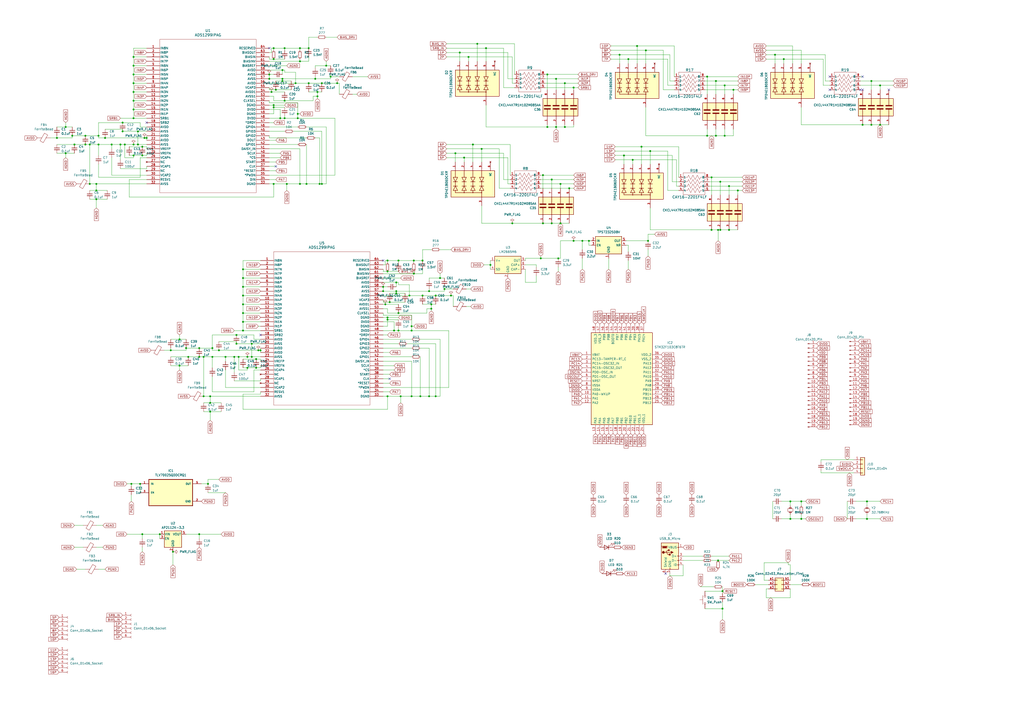
<source format=kicad_sch>
(kicad_sch (version 20230121) (generator eeschema)
  (paper "A2")
  (junction (at 224.79 184.15))
  (junction (at 224.79 151.13))
  (junction (at 264.16 88.9))
  (junction (at 115.57 309.88))
  (junction (at 313.69 149.86))
  (junction (at 224.79 185.42))
  (junction (at 269.24 91.44))
  (junction (at 420.37 78.74))
  (junction (at 422.91 107.95))
  (junction (at 172.72 66.04))
  (junction (at 77.47 43.18))
  (junction (at 158.75 34.29))
  (junction (at 271.78 33.02))
  (junction (at 415.29 46.99))
  (junction (at 104.14 196.85))
  (junction (at 422.91 133.35))
  (junction (at 81.28 280.67))
  (junction (at 505.46 72.39))
  (junction (at 163.83 46.99))
  (junction (at 33.02 80.01))
  (junction (at 165.1 68.58))
  (junction (at 127 203.2))
  (junction (at 500.38 72.39))
  (junction (at 80.01 83.82))
  (junction (at 163.83 45.72))
  (junction (at 115.57 201.93))
  (junction (at 505.46 46.99))
  (junction (at 232.41 229.87))
  (junction (at 177.8 106.68))
  (junction (at 266.7 30.48))
  (junction (at 317.5 43.18))
  (junction (at 185.42 106.68))
  (junction (at 77.47 58.42))
  (junction (at 115.57 207.01))
  (junction (at 341.63 139.7))
  (junction (at 327.66 73.66))
  (junction (at 238.76 229.87))
  (junction (at 173.99 35.56))
  (junction (at 77.47 38.1))
  (junction (at 252.73 171.45))
  (junction (at 92.71 309.88))
  (junction (at 231.14 191.77))
  (junction (at 69.85 83.82))
  (junction (at 184.15 53.34))
  (junction (at 43.18 83.82))
  (junction (at 148.59 208.28))
  (junction (at 71.12 76.2))
  (junction (at 137.16 199.39))
  (junction (at 231.14 181.61))
  (junction (at 410.21 78.74))
  (junction (at 76.2 280.67))
  (junction (at 186.69 48.26))
  (junction (at 38.1 88.9))
  (junction (at 284.48 153.67))
  (junction (at 458.47 290.83))
  (junction (at 120.65 280.67))
  (junction (at 148.59 213.36))
  (junction (at 41.91 78.74))
  (junction (at 64.77 83.82))
  (junction (at 184.15 55.88))
  (junction (at 77.47 68.58))
  (junction (at 412.75 133.35))
  (junction (at 156.21 43.18))
  (junction (at 156.21 45.72))
  (junction (at 245.11 151.13))
  (junction (at 38.1 73.66))
  (junction (at 179.07 27.94))
  (junction (at 77.47 63.5))
  (junction (at 458.47 300.99))
  (junction (at 364.49 34.29))
  (junction (at 425.45 52.07))
  (junction (at 226.06 175.26))
  (junction (at 412.75 102.87))
  (junction (at 337.82 139.7))
  (junction (at 140.97 166.37))
  (junction (at 121.92 233.68))
  (junction (at 140.97 186.69))
  (junction (at 240.03 151.13))
  (junction (at 158.75 106.68))
  (junction (at 317.5 73.66))
  (junction (at 49.53 83.82))
  (junction (at 330.2 109.22))
  (junction (at 104.14 212.09))
  (junction (at 222.25 166.37))
  (junction (at 332.74 139.7))
  (junction (at 372.11 85.09))
  (junction (at 158.75 60.96))
  (junction (at 77.47 48.26))
  (junction (at 137.16 194.31))
  (junction (at 369.57 26.67))
  (junction (at 149.86 203.2))
  (junction (at 52.07 106.68))
  (junction (at 238.76 189.23))
  (junction (at 297.18 129.54))
  (junction (at 248.92 168.91))
  (junction (at 163.83 40.64))
  (junction (at 410.21 44.45))
  (junction (at 510.54 72.39))
  (junction (at 165.1 58.42))
  (junction (at 77.47 83.82))
  (junction (at 82.55 85.09))
  (junction (at 55.88 110.49))
  (junction (at 281.94 27.94))
  (junction (at 367.03 92.71))
  (junction (at 57.15 83.82))
  (junction (at 60.96 80.01))
  (junction (at 77.47 90.17))
  (junction (at 419.1 342.9))
  (junction (at 320.04 104.14))
  (junction (at 274.32 83.82))
  (junction (at 195.58 48.26))
  (junction (at 322.58 45.72))
  (junction (at 71.12 71.12))
  (junction (at 82.55 90.17))
  (junction (at 173.99 106.68))
  (junction (at 510.54 49.53))
  (junction (at 449.58 31.75))
  (junction (at 118.11 207.01))
  (junction (at 325.12 106.68))
  (junction (at 140.97 181.61))
  (junction (at 146.05 199.39))
  (junction (at 416.56 325.12))
  (junction (at 143.51 213.36))
  (junction (at 171.45 48.26))
  (junction (at 359.41 31.75))
  (junction (at 427.99 110.49))
  (junction (at 325.12 129.54))
  (junction (at 417.83 105.41))
  (junction (at 248.92 229.87))
  (junction (at 255.27 161.29))
  (junction (at 454.66 34.29))
  (junction (at 49.53 78.74))
  (junction (at 55.88 106.68))
  (junction (at 228.6 191.77))
  (junction (at 160.02 52.07))
  (junction (at 138.43 207.01))
  (junction (at 464.82 290.83))
  (junction (at 222.25 168.91))
  (junction (at 250.19 176.53))
  (junction (at 143.51 207.01))
  (junction (at 140.97 176.53))
  (junction (at 320.04 129.54))
  (junction (at 240.03 158.75))
  (junction (at 231.14 151.13))
  (junction (at 224.79 229.87))
  (junction (at 85.09 80.01))
  (junction (at 223.52 176.53))
  (junction (at 55.88 115.57))
  (junction (at 229.87 170.18))
  (junction (at 417.83 133.35))
  (junction (at 238.76 191.77))
  (junction (at 80.01 76.2))
  (junction (at 375.92 139.7))
  (junction (at 374.65 29.21))
  (junction (at 158.75 27.94))
  (junction (at 323.85 149.86))
  (junction (at 261.62 171.45))
  (junction (at 502.92 300.99))
  (junction (at 361.95 90.17))
  (junction (at 162.56 68.58))
  (junction (at 229.87 163.83))
  (junction (at 237.49 171.45))
  (junction (at 146.05 207.01))
  (junction (at 157.48 53.34))
  (junction (at 165.1 27.94))
  (junction (at 172.72 68.58))
  (junction (at 420.37 49.53))
  (junction (at 118.11 229.87))
  (junction (at 189.23 38.1))
  (junction (at 121.92 238.76))
  (junction (at 245.11 171.45))
  (junction (at 182.88 45.72))
  (junction (at 140.97 161.29))
  (junction (at 57.15 78.74))
  (junction (at 77.47 53.34))
  (junction (at 100.33 320.04))
  (junction (at 123.19 207.01))
  (junction (at 191.77 44.45))
  (junction (at 229.87 168.91))
  (junction (at 82.55 309.88))
  (junction (at 179.07 48.26))
  (junction (at 464.82 300.99))
  (junction (at 109.22 207.01))
  (junction (at 377.19 87.63))
  (junction (at 83.82 80.01))
  (junction (at 166.37 106.68))
  (junction (at 140.97 171.45))
  (junction (at 327.66 48.26))
  (junction (at 279.4 86.36))
  (junction (at 140.97 191.77))
  (junction (at 322.58 73.66))
  (junction (at 276.86 25.4))
  (junction (at 173.99 27.94))
  (junction (at 123.19 201.93))
  (junction (at 72.39 83.82))
  (junction (at 135.89 207.01))
  (junction (at 140.97 156.21))
  (junction (at 314.96 101.6))
  (junction (at 121.92 229.87))
  (junction (at 250.19 179.07))
  (junction (at 243.84 229.87))
  (junction (at 252.73 229.87))
  (junction (at 158.75 62.23))
  (junction (at 107.95 201.93))
  (junction (at 314.96 129.54))
  (junction (at 224.79 157.48))
  (junction (at 77.47 33.02))
  (junction (at 151.13 203.2))
  (junction (at 257.81 167.64))
  (junction (at 186.69 106.68))
  (junction (at 419.1 353.06))
  (junction (at 52.07 83.82))
  (junction (at 416.56 133.35))
  (junction (at 99.06 203.2))
  (junction (at 502.92 290.83))
  (junction (at 130.81 207.01))
  (junction (at 415.29 78.74))
  (junction (at 332.74 50.8))
  (no_connect (at 85.09 71.12))
  (no_connect (at 226.06 219.71))
  (no_connect (at 499.11 52.07))
  (no_connect (at 156.21 27.94))
  (no_connect (at 160.02 96.52))
  (no_connect (at 151.13 194.31))
  (no_connect (at 500.38 44.45))
  (no_connect (at 481.33 52.07))
  (no_connect (at 481.33 44.45))
  (no_connect (at 222.25 151.13))
  (no_connect (at 500.38 52.07))
  (no_connect (at 386.08 332.74))
  (no_connect (at 515.62 52.07))
  (wire (pts (xy 444.5 346.71) (xy 458.47 346.71)))
  (wire (pts (xy 247.65 179.07) (xy 250.19 179.07)))
  (wire (pts (xy 179.07 33.02) (xy 179.07 35.56)))
  (wire (pts (xy 77.47 90.17) (xy 82.55 90.17)))
  (wire (pts (xy 118.11 238.76) (xy 121.92 238.76)))
  (wire (pts (xy 137.16 199.39) (xy 146.05 199.39)))
  (wire (pts (xy 330.2 109.22) (xy 332.74 109.22)))
  (wire (pts (xy 158.75 58.42) (xy 165.1 58.42)))
  (wire (pts (xy 325.12 106.68) (xy 332.74 106.68)))
  (wire (pts (xy 464.82 290.83) (xy 464.82 293.37)))
  (wire (pts (xy 158.75 27.94) (xy 165.1 27.94)))
  (wire (pts (xy 314.96 129.54) (xy 320.04 129.54)))
  (wire (pts (xy 313.69 101.6) (xy 314.96 101.6)))
  (wire (pts (xy 332.74 50.8) (xy 332.74 52.07)))
  (wire (pts (xy 156.21 86.36) (xy 173.99 86.36)))
  (wire (pts (xy 165.1 68.58) (xy 172.72 68.58)))
  (wire (pts (xy 270.51 167.64) (xy 273.05 167.64)))
  (wire (pts (xy 464.82 36.83) (xy 464.82 29.21)))
  (wire (pts (xy 151.13 224.79) (xy 130.81 224.79)))
  (wire (pts (xy 325.12 106.68) (xy 325.12 109.22)))
  (wire (pts (xy 304.8 153.67) (xy 311.15 153.67)))
  (wire (pts (xy 393.7 102.87) (xy 393.7 85.09)))
  (wire (pts (xy 77.47 91.44) (xy 72.39 91.44)))
  (wire (pts (xy 369.57 36.83) (xy 369.57 26.67)))
  (wire (pts (xy 237.49 171.45) (xy 245.11 171.45)))
  (wire (pts (xy 280.67 153.67) (xy 284.48 153.67)))
  (wire (pts (xy 375.92 135.89) (xy 375.92 139.7)))
  (wire (pts (xy 121.92 238.76) (xy 121.92 243.84)))
  (wire (pts (xy 327.66 73.66) (xy 327.66 72.39)))
  (wire (pts (xy 255.27 196.85) (xy 255.27 229.87)))
  (wire (pts (xy 259.08 91.44) (xy 269.24 91.44)))
  (wire (pts (xy 85.09 97.79) (xy 85.09 96.52)))
  (wire (pts (xy 140.97 176.53) (xy 140.97 171.45)))
  (wire (pts (xy 252.73 199.39) (xy 252.73 229.87)))
  (wire (pts (xy 170.18 76.2) (xy 186.69 76.2)))
  (wire (pts (xy 353.06 149.86) (xy 353.06 156.21)))
  (wire (pts (xy 226.06 170.18) (xy 229.87 170.18)))
  (wire (pts (xy 222.25 189.23) (xy 224.79 189.23)))
  (wire (pts (xy 408.94 353.06) (xy 419.1 353.06)))
  (wire (pts (xy 158.75 106.68) (xy 166.37 106.68)))
  (wire (pts (xy 156.21 53.34) (xy 157.48 53.34)))
  (wire (pts (xy 367.03 95.25) (xy 367.03 92.71)))
  (wire (pts (xy 255.27 158.75) (xy 255.27 161.29)))
  (wire (pts (xy 171.45 48.26) (xy 179.07 48.26)))
  (wire (pts (xy 52.07 83.82) (xy 57.15 83.82)))
  (wire (pts (xy 130.81 209.55) (xy 130.81 207.01)))
  (wire (pts (xy 121.92 229.87) (xy 151.13 229.87)))
  (wire (pts (xy 224.79 152.4) (xy 224.79 151.13)))
  (wire (pts (xy 121.92 233.68) (xy 128.27 233.68)))
  (wire (pts (xy 156.21 88.9) (xy 162.56 88.9)))
  (wire (pts (xy 502.92 300.99) (xy 510.54 300.99)))
  (wire (pts (xy 77.47 58.42) (xy 77.47 63.5)))
  (wire (pts (xy 162.56 63.5) (xy 156.21 63.5)))
  (wire (pts (xy 420.37 74.93) (xy 420.37 78.74)))
  (wire (pts (xy 224.79 184.15) (xy 222.25 184.15)))
  (wire (pts (xy 57.15 330.2) (xy 60.96 330.2)))
  (wire (pts (xy 259.08 33.02) (xy 271.78 33.02)))
  (wire (pts (xy 231.14 191.77) (xy 238.76 191.77)))
  (wire (pts (xy 173.99 106.68) (xy 177.8 106.68)))
  (wire (pts (xy 313.69 148.59) (xy 313.69 149.86)))
  (wire (pts (xy 222.25 227.33) (xy 226.06 227.33)))
  (wire (pts (xy 410.21 44.45) (xy 410.21 54.61)))
  (wire (pts (xy 274.32 83.82) (xy 259.08 83.82)))
  (wire (pts (xy 222.25 217.17) (xy 226.06 217.17)))
  (wire (pts (xy 240.03 158.75) (xy 240.03 157.48)))
  (wire (pts (xy 363.22 139.7) (xy 375.92 139.7)))
  (wire (pts (xy 281.94 73.66) (xy 317.5 73.66)))
  (wire (pts (xy 388.62 31.75) (xy 388.62 46.99)))
  (wire (pts (xy 459.74 36.83) (xy 459.74 26.67)))
  (wire (pts (xy 226.06 175.26) (xy 234.95 175.26)))
  (wire (pts (xy 415.29 46.99) (xy 427.99 46.99)))
  (wire (pts (xy 297.18 33.02) (xy 297.18 48.26)))
  (wire (pts (xy 156.21 71.12) (xy 158.75 71.12)))
  (wire (pts (xy 458.47 336.55) (xy 458.47 327.66)))
  (wire (pts (xy 143.51 207.01) (xy 146.05 207.01)))
  (wire (pts (xy 354.33 34.29) (xy 364.49 34.29)))
  (wire (pts (xy 118.11 229.87) (xy 121.92 229.87)))
  (wire (pts (xy 118.11 233.68) (xy 121.92 233.68)))
  (wire (pts (xy 76.2 280.67) (xy 76.2 281.94)))
  (wire (pts (xy 99.06 212.09) (xy 104.14 212.09)))
  (wire (pts (xy 478.79 31.75) (xy 478.79 46.99)))
  (wire (pts (xy 173.99 35.56) (xy 173.99 34.29)))
  (wire (pts (xy 115.57 309.88) (xy 107.95 309.88)))
  (wire (pts (xy 165.1 41.91) (xy 171.45 41.91)))
  (wire (pts (xy 157.48 53.34) (xy 165.1 53.34)))
  (wire (pts (xy 411.48 110.49) (xy 427.99 110.49)))
  (wire (pts (xy 147.32 196.85) (xy 151.13 196.85)))
  (wire (pts (xy 252.73 171.45) (xy 261.62 171.45)))
  (wire (pts (xy 314.96 101.6) (xy 332.74 101.6)))
  (wire (pts (xy 140.97 166.37) (xy 151.13 166.37)))
  (wire (pts (xy 364.49 142.24) (xy 363.22 142.24)))
  (wire (pts (xy 222.25 194.31) (xy 224.79 194.31)))
  (wire (pts (xy 82.55 317.5) (xy 82.55 320.04)))
  (wire (pts (xy 41.91 78.74) (xy 49.53 78.74)))
  (wire (pts (xy 156.21 43.18) (xy 156.21 45.72)))
  (wire (pts (xy 292.1 88.9) (xy 292.1 104.14)))
  (wire (pts (xy 52.07 110.49) (xy 55.88 110.49)))
  (wire (pts (xy 55.88 110.49) (xy 62.23 110.49)))
  (wire (pts (xy 156.21 34.29) (xy 156.21 33.02)))
  (wire (pts (xy 229.87 163.83) (xy 231.14 163.83)))
  (wire (pts (xy 55.88 317.5) (xy 59.69 317.5)))
  (wire (pts (xy 387.35 110.49) (xy 393.7 110.49)))
  (wire (pts (xy 163.83 45.72) (xy 182.88 45.72)))
  (wire (pts (xy 261.62 171.45) (xy 262.89 171.45)))
  (wire (pts (xy 147.32 194.31) (xy 147.32 196.85)))
  (wire (pts (xy 374.65 36.83) (xy 374.65 29.21)))
  (wire (pts (xy 250.19 180.34) (xy 250.19 179.07)))
  (wire (pts (xy 279.4 119.38) (xy 279.4 129.54)))
  (wire (pts (xy 177.8 73.66) (xy 189.23 73.66)))
  (wire (pts (xy 60.96 80.01) (xy 83.82 80.01)))
  (wire (pts (xy 231.14 181.61) (xy 247.65 181.61)))
  (wire (pts (xy 274.32 93.98) (xy 274.32 83.82)))
  (wire (pts (xy 388.62 46.99) (xy 391.16 46.99)))
  (wire (pts (xy 151.13 208.28) (xy 151.13 209.55)))
  (wire (pts (xy 458.47 290.83) (xy 458.47 293.37)))
  (wire (pts (xy 146.05 199.39) (xy 151.13 199.39)))
  (wire (pts (xy 276.86 35.56) (xy 276.86 25.4)))
  (wire (pts (xy 158.75 55.88) (xy 156.21 55.88)))
  (wire (pts (xy 173.99 27.94) (xy 179.07 27.94)))
  (wire (pts (xy 248.92 168.91) (xy 248.92 167.64)))
  (wire (pts (xy 224.79 185.42) (xy 224.79 184.15)))
  (wire (pts (xy 140.97 171.45) (xy 151.13 171.45)))
  (wire (pts (xy 323.85 154.94) (xy 323.85 157.48)))
  (wire (pts (xy 109.22 207.01) (xy 115.57 207.01)))
  (wire (pts (xy 276.86 25.4) (xy 259.08 25.4)))
  (wire (pts (xy 160.02 52.07) (xy 156.21 52.07)))
  (wire (pts (xy 449.58 31.75) (xy 449.58 36.83)))
  (wire (pts (xy 57.15 102.87) (xy 57.15 95.25)))
  (wire (pts (xy 297.18 129.54) (xy 314.96 129.54)))
  (wire (pts (xy 222.25 171.45) (xy 237.49 171.45)))
  (wire (pts (xy 222.25 224.79) (xy 260.35 224.79)))
  (wire (pts (xy 135.89 220.98) (xy 151.13 220.98)))
  (wire (pts (xy 148.59 213.36) (xy 151.13 213.36)))
  (wire (pts (xy 165.1 58.42) (xy 181.61 58.42)))
  (wire (pts (xy 284.48 153.67) (xy 284.48 156.21)))
  (wire (pts (xy 444.5 29.21) (xy 464.82 29.21)))
  (wire (pts (xy 248.92 229.87) (xy 252.73 229.87)))
  (wire (pts (xy 476.25 266.7) (xy 476.25 267.97)))
  (wire (pts (xy 496.57 290.83) (xy 502.92 290.83)))
  (wire (pts (xy 184.15 21.59) (xy 179.07 21.59)))
  (wire (pts (xy 130.81 224.79) (xy 130.81 214.63)))
  (wire (pts (xy 77.47 38.1) (xy 77.47 43.18)))
  (wire (pts (xy 316.23 43.18) (xy 317.5 43.18)))
  (wire (pts (xy 222.25 176.53) (xy 223.52 176.53)))
  (wire (pts (xy 322.58 45.72) (xy 322.58 52.07)))
  (wire (pts (xy 123.19 227.33) (xy 123.19 218.44)))
  (wire (pts (xy 184.15 53.34) (xy 186.69 53.34)))
  (wire (pts (xy 143.51 214.63) (xy 138.43 214.63)))
  (wire (pts (xy 173.99 86.36) (xy 173.99 106.68)))
  (wire (pts (xy 228.6 191.77) (xy 231.14 191.77)))
  (wire (pts (xy 80.01 76.2) (xy 85.09 76.2)))
  (wire (pts (xy 369.57 26.67) (xy 391.16 26.67)))
  (wire (pts (xy 156.21 52.07) (xy 156.21 50.8)))
  (wire (pts (xy 85.09 78.74) (xy 85.09 80.01)))
  (wire (pts (xy 422.91 133.35) (xy 427.99 133.35)))
  (wire (pts (xy 222.25 204.47) (xy 226.06 204.47)))
  (wire (pts (xy 224.79 185.42) (xy 231.14 185.42)))
  (wire (pts (xy 332.74 139.7) (xy 337.82 139.7)))
  (wire (pts (xy 107.95 201.93) (xy 107.95 203.2)))
  (wire (pts (xy 289.56 86.36) (xy 289.56 109.22)))
  (wire (pts (xy 156.21 73.66) (xy 172.72 73.66)))
  (wire (pts (xy 412.75 325.12) (xy 416.56 325.12)))
  (wire (pts (xy 85.09 63.5) (xy 77.47 63.5)))
  (wire (pts (xy 322.58 73.66) (xy 327.66 73.66)))
  (wire (pts (xy 76.2 287.02) (xy 76.2 290.83)))
  (wire (pts (xy 502.92 298.45) (xy 502.92 300.99)))
  (wire (pts (xy 438.15 339.09) (xy 445.77 339.09)))
  (wire (pts (xy 158.75 62.23) (xy 158.75 60.96)))
  (wire (pts (xy 166.37 106.68) (xy 173.99 106.68)))
  (wire (pts (xy 156.21 91.44) (xy 162.56 91.44)))
  (wire (pts (xy 464.82 298.45) (xy 464.82 300.99)))
  (wire (pts (xy 245.11 176.53) (xy 250.19 176.53)))
  (wire (pts (xy 120.65 278.13) (xy 120.65 280.67)))
  (wire (pts (xy 495.3 266.7) (xy 476.25 266.7)))
  (wire (pts (xy 189.23 35.56) (xy 189.23 38.1)))
  (wire (pts (xy 173.99 27.94) (xy 173.99 29.21)))
  (wire (pts (xy 325.12 129.54) (xy 330.2 129.54)))
  (wire (pts (xy 311.15 163.83) (xy 311.15 160.02)))
  (wire (pts (xy 238.76 182.88) (xy 238.76 189.23)))
  (wire (pts (xy 77.47 48.26) (xy 77.47 43.18)))
  (wire (pts (xy 304.8 163.83) (xy 311.15 163.83)))
  (wire (pts (xy 184.15 57.15) (xy 184.15 55.88)))
  (wire (pts (xy 377.19 87.63) (xy 387.35 87.63)))
  (wire (pts (xy 422.91 107.95) (xy 430.53 107.95)))
  (wire (pts (xy 158.75 55.88) (xy 158.75 58.42)))
  (wire (pts (xy 140.97 181.61) (xy 140.97 176.53)))
  (wire (pts (xy 137.16 198.12) (xy 137.16 199.39)))
  (wire (pts (xy 38.1 88.9) (xy 43.18 88.9)))
  (wire (pts (xy 297.18 48.26) (xy 298.45 48.26)))
  (wire (pts (xy 81.28 71.12) (xy 81.28 73.66)))
  (wire (pts (xy 317.5 43.18) (xy 335.28 43.18)))
  (wire (pts (xy 224.79 151.13) (xy 223.52 151.13)))
  (wire (pts (xy 182.88 80.01) (xy 185.42 80.01)))
  (wire (pts (xy 71.12 71.12) (xy 57.15 71.12)))
  (wire (pts (xy 33.02 88.9) (xy 38.1 88.9)))
  (wire (pts (xy 43.18 304.8) (xy 48.26 304.8)))
  (wire (pts (xy 138.43 207.01) (xy 143.51 207.01)))
  (wire (pts (xy 359.41 31.75) (xy 388.62 31.75)))
  (wire (pts (xy 389.89 105.41) (xy 393.7 105.41)))
  (wire (pts (xy 143.51 213.36) (xy 148.59 213.36)))
  (wire (pts (xy 276.86 25.4) (xy 298.45 25.4)))
  (wire (pts (xy 222.25 157.48) (xy 222.25 156.21)))
  (wire (pts (xy 57.15 71.12) (xy 57.15 78.74)))
  (wire (pts (xy 443.23 326.39) (xy 457.2 326.39)))
  (wire (pts (xy 388.62 334.01) (xy 388.62 332.74)))
  (wire (pts (xy 158.75 60.96) (xy 165.1 60.96)))
  (wire (pts (xy 156.21 83.82) (xy 172.72 83.82)))
  (wire (pts (xy 411.48 105.41) (xy 417.83 105.41)))
  (wire (pts (xy 231.14 152.4) (xy 231.14 151.13)))
  (wire (pts (xy 33.02 73.66) (xy 38.1 73.66)))
  (wire (pts (xy 243.84 229.87) (xy 248.92 229.87)))
  (wire (pts (xy 148.59 208.28) (xy 151.13 208.28)))
  (wire (pts (xy 453.39 300.99) (xy 458.47 300.99)))
  (wire (pts (xy 238.76 229.87) (xy 243.84 229.87)))
  (wire (pts (xy 83.82 80.01) (xy 85.09 80.01)))
  (wire (pts (xy 127 203.2) (xy 149.86 203.2)))
  (wire (pts (xy 222.25 196.85) (xy 238.76 196.85)))
  (wire (pts (xy 260.35 191.77) (xy 238.76 191.77)))
  (wire (pts (xy 410.21 74.93) (xy 410.21 78.74)))
  (wire (pts (xy 104.14 194.31) (xy 104.14 196.85)))
  (wire (pts (xy 177.8 106.68) (xy 185.42 106.68)))
  (wire (pts (xy 81.28 102.87) (xy 57.15 102.87)))
  (wire (pts (xy 259.08 27.94) (xy 281.94 27.94)))
  (wire (pts (xy 354.33 29.21) (xy 374.65 29.21)))
  (wire (pts (xy 416.56 133.35) (xy 416.56 139.7)))
  (wire (pts (xy 408.94 342.9) (xy 419.1 342.9)))
  (wire (pts (xy 410.21 44.45) (xy 427.99 44.45)))
  (wire (pts (xy 177.8 83.82) (xy 177.8 106.68)))
  (wire (pts (xy 322.58 45.72) (xy 335.28 45.72)))
  (wire (pts (xy 250.19 176.53) (xy 252.73 176.53)))
  (wire (pts (xy 115.57 309.88) (xy 128.27 309.88)))
  (wire (pts (xy 223.52 176.53) (xy 231.14 176.53)))
  (wire (pts (xy 377.19 133.35) (xy 412.75 133.35)))
  (wire (pts (xy 412.75 133.35) (xy 416.56 133.35)))
  (wire (pts (xy 269.24 91.44) (xy 294.64 91.44)))
  (wire (pts (xy 420.37 49.53) (xy 420.37 54.61)))
  (wire (pts (xy 364.49 146.05) (xy 364.49 142.24)))
  (wire (pts (xy 165.1 40.64) (xy 165.1 41.91)))
  (wire (pts (xy 204.47 44.45) (xy 213.36 44.45)))
  (wire (pts (xy 313.69 109.22) (xy 330.2 109.22)))
  (wire (pts (xy 135.89 191.77) (xy 140.97 191.77)))
  (wire (pts (xy 60.96 74.93) (xy 71.12 74.93)))
  (wire (pts (xy 160.02 46.99) (xy 163.83 46.99)))
  (wire (pts (xy 118.11 207.01) (xy 123.19 207.01)))
  (wire (pts (xy 445.77 336.55) (xy 443.23 336.55)))
  (wire (pts (xy 73.66 309.88) (xy 82.55 309.88)))
  (wire (pts (xy 123.19 213.36) (xy 123.19 207.01)))
  (wire (pts (xy 57.15 78.74) (xy 57.15 80.01)))
  (wire (pts (xy 137.16 194.31) (xy 147.32 194.31)))
  (wire (pts (xy 179.07 53.34) (xy 184.15 53.34)))
  (wire (pts (xy 416.56 325.12) (xy 422.91 325.12)))
  (wire (pts (xy 222.25 168.91) (xy 229.87 168.91)))
  (wire (pts (xy 372.11 85.09) (xy 356.87 85.09)))
  (wire (pts (xy 186.69 48.26) (xy 195.58 48.26)))
  (wire (pts (xy 372.11 85.09) (xy 393.7 85.09)))
  (wire (pts (xy 140.97 228.6) (xy 151.13 228.6)))
  (wire (pts (xy 85.09 88.9) (xy 85.09 90.17)))
  (wire (pts (xy 248.92 161.29) (xy 248.92 162.56)))
  (wire (pts (xy 292.1 104.14) (xy 295.91 104.14)))
  (wire (pts (xy 410.21 78.74) (xy 415.29 78.74)))
  (wire (pts (xy 222.25 212.09) (xy 228.6 212.09)))
  (wire (pts (xy 115.57 207.01) (xy 118.11 207.01)))
  (wire (pts (xy 224.79 181.61) (xy 231.14 181.61)))
  (wire (pts (xy 157.48 30.48) (xy 157.48 27.94)))
  (wire (pts (xy 425.45 78.74) (xy 425.45 74.93)))
  (wire (pts (xy 191.77 44.45) (xy 191.77 43.18)))
  (wire (pts (xy 327.66 48.26) (xy 327.66 52.07)))
  (wire (pts (xy 143.51 213.36) (xy 143.51 214.63)))
  (wire (pts (xy 229.87 168.91) (xy 229.87 170.18)))
  (wire (pts (xy 224.79 157.48) (xy 231.14 157.48)))
  (wire (pts (xy 85.09 80.01) (xy 85.09 81.28)))
  (wire (pts (xy 224.79 184.15) (xy 231.14 184.15)))
  (wire (pts (xy 458.47 327.66) (xy 457.2 327.66)))
  (wire (pts (xy 140.97 191.77) (xy 151.13 191.77)))
  (wire (pts (xy 313.69 104.14) (xy 320.04 104.14)))
  (wire (pts (xy 372.11 95.25) (xy 372.11 85.09)))
  (wire (pts (xy 427.99 113.03) (xy 427.99 110.49)))
  (wire (pts (xy 74.93 90.17) (xy 77.47 90.17)))
  (wire (pts (xy 257.81 167.64) (xy 257.81 168.91)))
  (wire (pts (xy 85.09 101.6) (xy 64.77 101.6)))
  (wire (pts (xy 415.29 74.93) (xy 415.29 78.74)))
  (wire (pts (xy 279.4 93.98) (xy 279.4 86.36)))
  (wire (pts (xy 140.97 237.49) (xy 224.79 237.49)))
  (wire (pts (xy 172.72 66.04) (xy 172.72 68.58)))
  (wire (pts (xy 163.83 46.99) (xy 168.91 46.99)))
  (wire (pts (xy 163.83 40.64) (xy 165.1 40.64)))
  (wire (pts (xy 162.56 68.58) (xy 162.56 63.5)))
  (wire (pts (xy 222.25 209.55) (xy 238.76 209.55)))
  (wire (pts (xy 262.89 177.8) (xy 262.89 171.45)))
  (wire (pts (xy 422.91 107.95) (xy 422.91 113.03)))
  (wire (pts (xy 49.53 78.74) (xy 57.15 78.74)))
  (wire (pts (xy 222.25 166.37) (xy 222.25 168.91)))
  (wire (pts (xy 257.81 167.64) (xy 257.81 166.37)))
  (wire (pts (xy 510.54 49.53) (xy 510.54 52.07)))
  (wire (pts (xy 240.03 189.23) (xy 238.76 189.23)))
  (wire (pts (xy 266.7 35.56) (xy 266.7 30.48)))
  (wire (pts (xy 85.09 27.94) (xy 77.47 27.94)))
  (wire (pts (xy 396.24 325.12) (xy 407.67 325.12)))
  (wire (pts (xy 419.1 340.36) (xy 419.1 342.9)))
  (wire (pts (xy 156.21 80.01) (xy 177.8 80.01)))
  (wire (pts (xy 151.13 214.63) (xy 147.32 214.63)))
  (wire (pts (xy 85.09 91.44) (xy 81.28 91.44)))
  (wire (pts (xy 411.48 107.95) (xy 422.91 107.95)))
  (wire (pts (xy 454.66 36.83) (xy 454.66 34.29)))
  (wire (pts (xy 245.11 171.45) (xy 252.73 171.45)))
  (wire (pts (xy 232.41 229.87) (xy 238.76 229.87)))
  (wire (pts (xy 259.08 86.36) (xy 279.4 86.36)))
  (wire (pts (xy 224.79 185.42) (xy 224.79 189.23)))
  (wire (pts (xy 260.35 224.79) (xy 260.35 191.77)))
  (wire (pts (xy 195.58 48.26) (xy 196.85 48.26)))
  (wire (pts (xy 85.09 48.26) (xy 77.47 48.26)))
  (wire (pts (xy 222.25 214.63) (xy 228.6 214.63)))
  (wire (pts (xy 140.97 176.53) (xy 151.13 176.53)))
  (wire (pts (xy 317.5 72.39) (xy 317.5 73.66)))
  (wire (pts (xy 337.82 149.86) (xy 337.82 156.21)))
  (wire (pts (xy 449.58 31.75) (xy 478.79 31.75)))
  (wire (pts (xy 341.63 139.7) (xy 342.9 139.7)))
  (wire (pts (xy 477.52 49.53) (xy 481.33 49.53)))
  (wire (pts (xy 81.28 73.66) (xy 85.09 73.66)))
  (wire (pts (xy 222.25 229.87) (xy 224.79 229.87)))
  (wire (pts (xy 166.37 106.68) (xy 166.37 110.49)))
  (wire (pts (xy 44.45 330.2) (xy 49.53 330.2)))
  (wire (pts (xy 130.81 207.01) (xy 135.89 207.01)))
  (wire (pts (xy 85.09 53.34) (xy 77.47 53.34)))
  (wire (pts (xy 99.06 196.85) (xy 104.14 196.85)))
  (wire (pts (xy 171.45 41.91) (xy 171.45 48.26)))
  (wire (pts (xy 156.21 40.64) (xy 163.83 40.64)))
  (wire (pts (xy 367.03 92.71) (xy 392.43 92.71)))
  (wire (pts (xy 477.52 34.29) (xy 477.52 49.53)))
  (wire (pts (xy 281.94 35.56) (xy 281.94 27.94)))
  (wire (pts (xy 375.92 135.89) (xy 379.73 135.89)))
  (wire (pts (xy 82.55 309.88) (xy 92.71 309.88)))
  (wire (pts (xy 505.46 46.99) (xy 505.46 52.07)))
  (wire (pts (xy 237.49 165.1) (xy 237.49 171.45)))
  (wire (pts (xy 325.12 139.7) (xy 325.12 149.86)))
  (wire (pts (xy 99.06 203.2) (xy 107.95 203.2)))
  (wire (pts (xy 194.31 101.6) (xy 194.31 68.58)))
  (wire (pts (xy 359.41 31.75) (xy 359.41 36.83)))
  (wire (pts (xy 121.92 238.76) (xy 128.27 238.76)))
  (wire (pts (xy 392.43 107.95) (xy 393.7 107.95)))
  (wire (pts (xy 151.13 212.09) (xy 151.13 213.36)))
  (wire (pts (xy 191.77 44.45) (xy 196.85 44.45)))
  (wire (pts (xy 425.45 52.07) (xy 427.99 52.07)))
  (wire (pts (xy 317.5 73.66) (xy 322.58 73.66)))
  (wire (pts (xy 223.52 153.67) (xy 223.52 151.13)))
  (wire (pts (xy 156.21 34.29) (xy 158.75 34.29)))
  (wire (pts (xy 356.87 90.17) (xy 361.95 90.17)))
  (wire (pts (xy 191.77 44.45) (xy 191.77 45.72)))
  (wire (pts (xy 184.15 55.88) (xy 184.15 53.34)))
  (wire (pts (xy 156.21 93.98) (xy 160.02 93.98)))
  (wire (pts (xy 247.65 179.07) (xy 247.65 181.61)))
  (wire (pts (xy 248.92 161.29) (xy 255.27 161.29)))
  (wire (pts (xy 374.65 62.23) (xy 374.65 78.74)))
  (wire (pts (xy 327.66 48.26) (xy 335.28 48.26)))
  (wire (pts (xy 77.47 83.82) (xy 80.01 83.82)))
  (wire (pts (xy 500.38 72.39) (xy 505.46 72.39)))
  (wire (pts (xy 454.66 34.29) (xy 477.52 34.29)))
  (wire (pts (xy 264.16 88.9) (xy 292.1 88.9)))
  (wire (pts (xy 55.88 115.57) (xy 62.23 115.57)))
  (wire (pts (xy 228.6 186.69) (xy 222.25 186.69)))
  (wire (pts (xy 222.25 219.71) (xy 226.06 219.71)))
  (wire (pts (xy 189.23 106.68) (xy 186.69 106.68)))
  (wire (pts (xy 243.84 207.01) (xy 243.84 229.87)))
  (wire (pts (xy 156.21 106.68) (xy 158.75 106.68)))
  (wire (pts (xy 458.47 346.71) (xy 458.47 341.63)))
  (wire (pts (xy 502.92 290.83) (xy 502.92 293.37)))
  (wire (pts (xy 419.1 342.9) (xy 419.1 344.17)))
  (wire (pts (xy 140.97 186.69) (xy 151.13 186.69)))
  (wire (pts (xy 364.49 36.83) (xy 364.49 34.29)))
  (wire (pts (xy 77.47 68.58) (xy 85.09 68.58)))
  (wire (pts (xy 100.33 320.04) (xy 100.33 327.66)))
  (wire (pts (xy 222.25 163.83) (xy 229.87 163.83)))
  (wire (pts (xy 294.64 30.48) (xy 294.64 45.72)))
  (wire (pts (xy 107.95 201.93) (xy 115.57 201.93)))
  (wire (pts (xy 82.55 312.42) (xy 82.55 309.88)))
  (wire (pts (xy 189.23 21.59) (xy 195.58 21.59)))
  (wire (pts (xy 156.21 99.06) (xy 160.02 99.06)))
  (wire (pts (xy 55.88 115.57) (xy 55.88 120.65)))
  (wire (pts (xy 292.1 27.94) (xy 292.1 50.8)))
  (wire (pts (xy 316.23 50.8) (xy 332.74 50.8)))
  (wire (pts (xy 384.81 29.21) (xy 384.81 52.07)))
  (wire (pts (xy 57.15 80.01) (xy 60.96 80.01)))
  (wire (pts (xy 232.41 229.87) (xy 232.41 233.68)))
  (wire (pts (xy 55.88 106.68) (xy 55.88 110.49)))
  (wire (pts (xy 69.85 83.82) (xy 72.39 83.82)))
  (wire (pts (xy 151.13 201.93) (xy 151.13 203.2)))
  (wire (pts (xy 158.75 114.3) (xy 158.75 106.68)))
  (wire (pts (xy 458.47 298.45) (xy 458.47 300.99)))
  (wire (pts (xy 72.39 91.44) (xy 72.39 83.82)))
  (wire (pts (xy 320.04 104.14) (xy 320.04 109.22)))
  (wire (pts (xy 406.4 340.36) (xy 414.02 340.36)))
  (wire (pts (xy 412.75 322.58) (xy 422.91 322.58)))
  (wire (pts (xy 374.65 78.74) (xy 410.21 78.74)))
  (wire (pts (xy 222.25 158.75) (xy 240.03 158.75)))
  (wire (pts (xy 337.82 139.7) (xy 341.63 139.7)))
  (wire (pts (xy 135.89 207.01) (xy 138.43 207.01)))
  (wire (pts (xy 38.1 88.9) (xy 38.1 91.44)))
  (wire (pts (xy 224.79 229.87) (xy 232.41 229.87)))
  (wire (pts (xy 289.56 109.22) (xy 295.91 109.22)))
  (wire (pts (xy 149.86 203.2) (xy 151.13 203.2)))
  (wire (pts (xy 104.14 212.09) (xy 104.14 214.63)))
  (wire (pts (xy 255.27 161.29) (xy 257.81 161.29)))
  (wire (pts (xy 457.2 327.66) (xy 457.2 326.39)))
  (wire (pts (xy 158.75 27.94) (xy 157.48 27.94)))
  (wire (pts (xy 163.83 40.64) (xy 163.83 43.18)))
  (wire (pts (xy 52.07 115.57) (xy 55.88 115.57)))
  (wire (pts (xy 71.12 71.12) (xy 81.28 71.12)))
  (wire (pts (xy 156.21 66.04) (xy 158.75 66.04)))
  (wire (pts (xy 156.21 101.6) (xy 194.31 101.6)))
  (wire (pts (xy 156.21 59.69) (xy 172.72 59.69)))
  (wire (pts (xy 74.93 104.14) (xy 74.93 114.3)))
  (wire (pts (xy 510.54 49.53) (xy 518.16 49.53)))
  (wire (pts (xy 160.02 52.07) (xy 168.91 52.07)))
  (wire (pts (xy 444.5 34.29) (xy 454.66 34.29)))
  (wire (pts (xy 224.79 166.37) (xy 222.25 166.37)))
  (wire (pts (xy 320.04 104.14) (xy 332.74 104.14)))
  (wire (pts (xy 189.23 38.1) (xy 191.77 38.1)))
  (wire (pts (xy 43.18 317.5) (xy 48.26 317.5)))
  (wire (pts (xy 298.45 25.4) (xy 298.45 43.18)))
  (wire (pts (xy 231.14 163.83) (xy 231.14 165.1)))
  (wire (pts (xy 77.47 53.34) (xy 77.47 48.26)))
  (wire (pts (xy 411.48 102.87) (xy 412.75 102.87)))
  (wire (pts (xy 82.55 90.17) (xy 85.09 90.17)))
  (wire (pts (xy 82.55 85.09) (xy 85.09 85.09)))
  (wire (pts (xy 243.84 196.85) (xy 255.27 196.85)))
  (wire (pts (xy 162.56 68.58) (xy 165.1 68.58)))
  (wire (pts (xy 172.72 59.69) (xy 172.72 66.04)))
  (wire (pts (xy 140.97 186.69) (xy 140.97 191.77)))
  (wire (pts (xy 156.21 59.69) (xy 156.21 58.42)))
  (wire (pts (xy 304.8 156.21) (xy 304.8 163.83)))
  (wire (pts (xy 140.97 208.28) (xy 148.59 208.28)))
  (wire (pts (xy 313.69 106.68) (xy 325.12 106.68)))
  (wire (pts (xy 64.77 86.36) (xy 64.77 83.82)))
  (wire (pts (xy 499.11 44.45) (xy 500.38 44.45)))
  (wire (pts (xy 458.47 300.99) (xy 464.82 300.99)))
  (wire (pts (xy 415.29 78.74) (xy 420.37 78.74)))
  (wire (pts (xy 419.1 353.06) (xy 419.1 349.25)))
  (wire (pts (xy 341.63 142.24) (xy 341.63 139.7)))
  (wire (pts (xy 77.47 58.42) (xy 77.47 53.34)))
  (wire (pts (xy 356.87 92.71) (xy 367.03 92.71)))
  (wire (pts (xy 156.21 45.72) (xy 163.83 45.72)))
  (wire (pts (xy 116.84 280.67) (xy 120.65 280.67)))
  (wire (pts (xy 369.57 26.67) (xy 354.33 26.67)))
  (wire (pts (xy 120.65 285.75) (xy 130.81 285.75)))
  (wire (pts (xy 156.21 96.52) (xy 160.02 96.52)))
  (wire (pts (xy 140.97 161.29) (xy 151.13 161.29)))
  (wire (pts (xy 137.16 194.31) (xy 123.19 194.31)))
  (wire (pts (xy 85.09 85.09) (xy 85.09 86.36)))
  (wire (pts (xy 182.88 45.72) (xy 182.88 44.45)))
  (wire (pts (xy 364.49 34.29) (xy 387.35 34.29)))
  (wire (pts (xy 43.18 83.82) (xy 49.53 83.82)))
  (wire (pts (xy 81.28 280.67) (xy 81.28 285.75)))
  (wire (pts (xy 396.24 322.58) (xy 407.67 322.58)))
  (wire (pts (xy 238.76 209.55) (xy 238.76 229.87)))
  (wire (pts (xy 69.85 68.58) (xy 77.47 68.58)))
  (wire (pts (xy 361.95 95.25) (xy 361.95 90.17)))
  (wire (pts (xy 322.58 73.66) (xy 322.58 74.93)))
  (wire (pts (xy 77.47 43.18) (xy 85.09 43.18)))
  (wire (pts (xy 391.16 44.45) (xy 391.16 26.67)))
  (wire (pts (xy 320.04 129.54) (xy 325.12 129.54)))
  (wire (pts (xy 140.97 181.61) (xy 140.97 186.69)))
  (wire (pts (xy 29.21 80.01) (xy 33.02 80.01)))
  (wire (pts (xy 149.86 189.23) (xy 151.13 189.23)))
  (wire (pts (xy 356.87 87.63) (xy 377.19 87.63)))
  (wire (pts (xy 121.92 229.87) (xy 121.92 233.68)))
  (wire (pts (xy 408.94 44.45) (xy 410.21 44.45)))
  (wire (pts (xy 229.87 163.83) (xy 229.87 166.37)))
  (wire (pts (xy 255.27 144.78) (xy 261.62 144.78)))
  (wire (pts (xy 41.91 78.74) (xy 41.91 80.01)))
  (wire (pts (xy 269.24 93.98) (xy 269.24 91.44)))
  (wire (pts (xy 222.25 182.88) (xy 222.25 181.61)))
  (wire (pts (xy 228.6 191.77) (xy 228.6 186.69)))
  (wire (pts (xy 425.45 52.07) (xy 425.45 54.61)))
  (wire (pts (xy 284.48 151.13) (xy 284.48 153.67)))
  (wire (pts (xy 115.57 309.88) (xy 115.57 312.42)))
  (wire (pts (xy 408.94 46.99) (xy 415.29 46.99)))
  (wire (pts (xy 464.82 62.23) (xy 464.82 72.39)))
  (wire (pts (xy 165.1 67.31) (xy 165.1 68.58)))
  (wire (pts (xy 158.75 62.23) (xy 165.1 62.23)))
  (wire (pts (xy 417.83 133.35) (xy 422.91 133.35)))
  (wire (pts (xy 281.94 27.94) (xy 292.1 27.94)))
  (wire (pts (xy 181.61 55.88) (xy 184.15 55.88)))
  (wire (pts (xy 374.65 29.21) (xy 384.81 29.21)))
  (wire (pts (xy 74.93 85.09) (xy 82.55 85.09)))
  (wire (pts (xy 156.21 38.1) (xy 166.37 38.1)))
  (wire (pts (xy 179.07 48.26) (xy 186.69 48.26)))
  (wire (pts (xy 229.87 170.18) (xy 234.95 170.18)))
  (wire (pts (xy 453.39 290.83) (xy 458.47 290.83)))
  (wire (pts (xy 224.79 237.49) (xy 224.79 229.87)))
  (wire (pts (xy 387.35 34.29) (xy 387.35 49.53)))
  (wire (pts (xy 173.99 35.56) (xy 179.07 35.56)))
  (wire (pts (xy 459.74 26.67) (xy 444.5 26.67)))
  (wire (pts (xy 204.47 54.61) (xy 207.01 54.61)))
  (wire (pts (xy 389.89 90.17) (xy 389.89 105.41)))
  (wire (pts (xy 33.02 80.01) (xy 33.02 78.74)))
  (wire (pts (xy 222.25 207.01) (xy 238.76 207.01)))
  (wire (pts (xy 354.33 31.75) (xy 359.41 31.75)))
  (wire (pts (xy 392.43 92.71) (xy 392.43 107.95)))
  (wire (pts (xy 314.96 101.6) (xy 314.96 109.22)))
  (wire (pts (xy 115.57 201.93) (xy 123.19 201.93)))
  (wire (pts (xy 52.07 106.68) (xy 55.88 106.68)))
  (wire (pts (xy 248.92 201.93) (xy 248.92 229.87)))
  (wire (pts (xy 464.82 72.39) (xy 500.38 72.39)))
  (wire (pts (xy 323.85 149.86) (xy 325.12 149.86)))
  (wire (pts (xy 266.7 30.48) (xy 294.64 30.48)))
  (wire (pts (xy 77.47 90.17) (xy 77.47 91.44)))
  (wire (pts (xy 151.13 220.98) (xy 151.13 219.71)))
  (wire (pts (xy 443.23 336.55) (xy 443.23 326.39)))
  (wire (pts (xy 77.47 33.02) (xy 85.09 33.02)))
  (wire (pts (xy 222.25 222.25) (xy 226.06 222.25)))
  (wire (pts (xy 57.15 83.82) (xy 64.77 83.82)))
  (wire (pts (xy 364.49 151.13) (xy 364.49 156.21)))
  (wire (pts (xy 186.69 76.2) (xy 186.69 106.68)))
  (wire (pts (xy 250.19 179.07) (xy 250.19 176.53)))
  (wire (pts (xy 140.97 161.29) (xy 140.97 166.37)))
  (wire (pts (xy 361.95 90.17) (xy 389.89 90.17)))
  (wire (pts (xy 304.8 151.13) (xy 304.8 149.86)))
  (wire (pts (xy 77.47 63.5) (xy 77.47 68.58)))
  (wire (pts (xy 491.49 290.83) (xy 491.49 300.99)))
  (wire (pts (xy 165.1 29.21) (xy 165.1 27.94)))
  (wire (pts (xy 417.83 105.41) (xy 430.53 105.41)))
  (wire (pts (xy 245.11 144.78) (xy 245.11 151.13)))
  (wire (pts (xy 74.93 104.14) (xy 85.09 104.14)))
  (wire (pts (xy 69.85 97.79) (xy 85.09 97.79)))
  (wire (pts (xy 156.21 35.56) (xy 173.99 35.56)))
  (wire (pts (xy 38.1 73.66) (xy 41.91 73.66)))
  (wire (pts (xy 146.05 207.01) (xy 151.13 207.01)))
  (wire (pts (xy 271.78 35.56) (xy 271.78 33.02)))
  (wire (pts (xy 274.32 83.82) (xy 295.91 83.82)))
  (wire (pts (xy 72.39 83.82) (xy 77.47 83.82)))
  (wire (pts (xy 85.09 58.42) (xy 77.47 58.42)))
  (wire (pts (xy 158.75 62.23) (xy 158.75 66.04)))
  (wire (pts (xy 231.14 190.5) (xy 231.14 191.77)))
  (wire (pts (xy 458.47 290.83) (xy 464.82 290.83)))
  (wire (pts (xy 420.37 78.74) (xy 425.45 78.74)))
  (wire (pts (xy 123.19 194.31) (xy 123.19 201.93)))
  (wire (pts (xy 140.97 181.61) (xy 151.13 181.61)))
  (wire (pts (xy 77.47 27.94) (xy 77.47 33.02)))
  (wire (pts (xy 33.02 80.01) (xy 41.91 80.01)))
  (wire (pts (xy 387.35 87.63) (xy 387.35 110.49)))
  (wire (pts (xy 270.51 177.8) (xy 273.05 177.8)))
  (wire (pts (xy 194.31 68.58) (xy 172.72 68.58)))
  (wire (pts (xy 316.23 48.26) (xy 327.66 48.26)))
  (wire (pts (xy 464.82 300.99) (xy 467.36 300.99)))
  (wire (pts (xy 496.57 300.99) (xy 502.92 300.99)))
  (wire (pts (xy 408.94 52.07) (xy 425.45 52.07)))
  (wire (pts (xy 240.03 151.13) (xy 240.03 152.4)))
  (wire (pts (xy 294.64 45.72) (xy 298.45 45.72)))
  (wire (pts (xy 304.8 149.86) (xy 313.69 149.86)))
  (wire (pts (xy 182.88 38.1) (xy 182.88 39.37)))
  (wire (pts (xy 156.21 30.48) (xy 157.48 30.48)))
  (wire (pts (xy 49.53 83.82) (xy 52.07 83.82)))
  (wire (pts (xy 250.19 144.78) (xy 245.11 144.78)))
  (wire (pts (xy 419.1 359.41) (xy 419.1 353.06)))
  (wire (pts (xy 73.66 280.67) (xy 76.2 280.67)))
  (wire (pts (xy 123.19 203.2) (xy 127 203.2)))
  (wire (pts (xy 179.07 21.59) (xy 179.07 27.94)))
  (wire (pts (xy 505.46 72.39) (xy 510.54 72.39)))
  (wire (pts (xy 64.77 83.82) (xy 69.85 83.82)))
  (wire (pts (xy 104.14 212.09) (xy 109.22 212.09)))
  (wire (pts (xy 156.21 81.28) (xy 160.02 81.28)))
  (wire (pts (xy 151.13 151.13) (xy 140.97 151.13)))
  (wire (pts (xy 140.97 156.21) (xy 140.97 161.29)))
  (wire (pts (xy 69.85 83.82) (xy 69.85 92.71)))
  (wire (pts (xy 182.88 38.1) (xy 189.23 38.1)))
  (wire (pts (xy 313.69 149.86) (xy 323.85 149.86)))
  (wire (pts (xy 52.07 83.82) (xy 52.07 106.68)))
  (wire (pts (xy 412.75 102.87) (xy 412.75 113.03)))
  (wire (pts (xy 292.1 50.8) (xy 298.45 50.8)))
  (wire (pts (xy 226.06 175.26) (xy 222.25 175.26)))
  (wire (pts (xy 224.79 151.13) (xy 231.14 151.13)))
  (wire (pts (xy 281.94 60.96) (xy 281.94 73.66)))
  (wire (pts (xy 264.16 93.98) (xy 264.16 88.9)))
  (wire (pts (xy 327.66 73.66) (xy 332.74 73.66)))
  (wire (pts (xy 222.25 175.26) (xy 222.25 173.99)))
  (wire (pts (xy 375.92 144.78) (xy 375.92 148.59)))
  (wire (pts (xy 316.23 45.72) (xy 322.58 45.72)))
  (wire (pts (xy 229.87 168.91) (xy 248.92 168.91)))
  (wire (pts (xy 384.81 52.07) (xy 391.16 52.07)))
  (wire (pts (xy 448.31 290.83) (xy 448.31 300.99)))
  (wire (pts (xy 156.21 76.2) (xy 165.1 76.2)))
  (wire (pts (xy 135.89 207.01) (xy 135.89 215.9)))
  (wire (pts (xy 231.14 151.13) (xy 240.03 151.13)))
  (wire (pts (xy 502.92 290.83) (xy 510.54 290.83)))
  (wire (pts (xy 412.75 102.87) (xy 430.53 102.87)))
  (wire (pts (xy 64.77 101.6) (xy 64.77 91.44)))
  (wire (pts (xy 240.03 158.75) (xy 245.11 158.75)))
  (wire (pts (xy 189.23 73.66) (xy 189.23 106.68)))
  (wire (pts (xy 499.11 49.53) (xy 510.54 49.53)))
  (wire (pts (xy 317.5 43.18) (xy 317.5 52.07)))
  (wire (pts (xy 396.24 327.66) (xy 396.24 334.01)))
  (wire (pts (xy 151.13 227.33) (xy 151.13 228.6)))
  (wire (pts (xy 259.08 30.48) (xy 266.7 30.48)))
  (wire (pts (xy 444.5 341.63) (xy 444.5 346.71)))
  (wire (pts (xy 104.14 196.85) (xy 107.95 196.85)))
  (wire (pts (xy 140.97 213.36) (xy 143.51 213.36)))
  (wire (pts (xy 127 278.13) (xy 120.65 278.13)))
  (wire (pts (xy 163.83 45.72) (xy 163.83 46.99)))
  (wire (pts (xy 173.99 66.04) (xy 172.72 66.04)))
  (wire (pts (xy 294.64 91.44) (xy 294.64 106.68)))
  (wire (pts (xy 295.91 101.6) (xy 295.91 83.82)))
  (wire (pts (xy 505.46 46.99) (xy 518.16 46.99)))
  (wire (pts (xy 196.85 54.61) (xy 196.85 48.26)))
  (wire (pts (xy 387.35 49.53) (xy 391.16 49.53)))
  (wire (pts (xy 156.21 68.58) (xy 162.56 68.58)))
  (wire (pts (xy 99.06 207.01) (xy 109.22 207.01)))
  (wire (pts (xy 342.9 142.24) (xy 341.63 142.24)))
  (wire (pts (xy 499.11 46.99) (xy 505.46 46.99)))
  (wire (pts (xy 417.83 105.41) (xy 417.83 113.03)))
  (wire (pts (xy 222.25 182.88) (xy 238.76 182.88)))
  (wire (pts (xy 156.21 104.14) (xy 160.02 104.14)))
  (wire (pts (xy 510.54 72.39) (xy 515.62 72.39)))
  (wire (pts (xy 245.11 156.21) (xy 245.11 158.75)))
  (wire (pts (xy 444.5 31.75) (xy 449.58 31.75)))
  (wire (pts (xy 123.19 207.01) (xy 130.81 207.01)))
  (wire (pts (xy 255.27 229.87) (xy 252.73 229.87)))
  (wire (pts (xy 71.12 76.2) (xy 80.01 76.2)))
  (wire (pts (xy 222.25 191.77) (xy 228.6 191.77)))
  (wire (pts (xy 185.42 80.01) (xy 185.42 106.68)))
  (wire (pts (xy 140.97 228.6) (xy 140.97 237.49)))
  (wire (pts (xy 222.25 157.48) (xy 224.79 157.48)))
  (wire (pts (xy 396.24 334.01) (xy 388.62 334.01)))
  (wire (pts (xy 99.06 203.2) (xy 99.06 201.93)))
  (wire (pts (xy 238.76 189.23) (xy 238.76 191.77)))
  (wire (pts (xy 279.4 86.36) (xy 289.56 86.36)))
  (wire (pts (xy 408.94 49.53) (xy 420.37 49.53)))
  (wire (pts (xy 156.21 80.01) (xy 156.21 78.74)))
  (wire (pts (xy 224.79 179.07) (xy 224.79 181.61)))
  (wire (pts (xy 140.97 156.21) (xy 151.13 156.21)))
  (wire (pts (xy 74.93 114.3) (xy 158.75 114.3)))
  (wire (pts (xy 55.88 106.68) (xy 85.09 106.68)))
  (wire (pts (xy 222.25 161.29) (xy 232.41 161.29)))
  (wire (pts (xy 146.05 199.39) (xy 146.05 207.01)))
  (wire (pts (xy 224.79 179.07) (xy 222.25 179.07)))
  (wire (pts (xy 240.03 151.13) (xy 245.11 151.13)))
  (wire (pts (xy 231.14 165.1) (xy 237.49 165.1)))
  (wire (pts (xy 222.25 199.39) (xy 231.14 199.39)))
  (wire (pts (xy 476.25 274.32) (xy 476.25 273.05)))
  (wire (pts (xy 158.75 34.29) (xy 165.1 34.29)))
  (wire (pts (xy 80.01 76.2) (xy 80.01 83.82)))
  (wire (pts (xy 294.64 106.68) (xy 295.91 106.68)))
  (wire (pts (xy 140.97 171.45) (xy 140.97 166.37)))
  (wire (pts (xy 80.01 83.82) (xy 85.09 83.82)))
  (wire (pts (xy 147.32 214.63) (xy 147.32 227.33)))
  (wire (pts (xy 222.25 201.93) (xy 238.76 201.93)))
  (wire (pts (xy 38.1 71.12) (xy 38.1 73.66)))
  (wire (pts (xy 147.32 227.33) (xy 123.19 227.33)))
  (wire (pts (xy 279.4 129.54) (xy 297.18 129.54)))
  (wire (pts (xy 57.15 90.17) (xy 57.15 83.82)))
  (wire (pts (xy 140.97 151.13) (xy 140.97 156.21)))
  (wire (pts (xy 445.77 341.63) (xy 444.5 341.63)))
  (wire (pts (xy 377.19 95.25) (xy 377.19 87.63)))
  (wire (pts (xy 222.25 153.67) (xy 223.52 153.67)))
  (wire (pts (xy 248.92 168.91) (xy 257.81 168.91)))
  (wire (pts (xy 377.19 120.65) (xy 377.19 133.35)))
  (wire (pts (xy 158.75 60.96) (xy 156.21 60.96)))
  (wire (pts (xy 92.71 309.88) (xy 92.71 312.42)))
  (wire (pts (xy 415.29 46.99) (xy 415.29 54.61)))
  (wire (pts (xy 81.28 91.44) (xy 81.28 102.87)))
  (wire (pts (xy 337.82 139.7) (xy 337.82 144.78)))
  (wire (pts (xy 464.82 290.83) (xy 467.36 290.83)))
  (wire (pts (xy 123.19 201.93) (xy 123.19 203.2)))
  (wire (pts (xy 325.12 139.7) (xy 332.74 139.7)))
  (wire (pts (xy 55.88 304.8) (xy 59.69 304.8)))
  (wire (pts (xy 322.58 73.66) (xy 322.58 72.39)))
  (wire (pts (xy 151.13 203.2) (xy 151.13 204.47)))
  (wire (pts (xy 259.08 88.9) (xy 264.16 88.9)))
  (wire (pts (xy 127 198.12) (xy 137.16 198.12)))
  (wire (pts (xy 118.11 207.01) (xy 118.11 229.87)))
  (wire (pts (xy 427.99 110.49) (xy 430.53 110.49)))
  (wire (pts (xy 158.75 29.21) (xy 158.75 27.94)))
  (wire (pts (xy 243.84 201.93) (xy 248.92 201.93)))
  (wire (pts (xy 186.69 106.68) (xy 185.42 106.68)))
  (wire (pts (xy 495.3 274.32) (xy 476.25 274.32)))
  (wire (pts (xy 33.02 83.82) (xy 43.18 83.82)))
  (wire (pts (xy 236.22 199.39) (xy 252.73 199.39)))
  (wire (pts (xy 156.21 48.26) (xy 171.45 48.26)))
  (wire (pts (xy 138.43 214.63) (xy 138.43 207.01)))
  (wire (pts (xy 311.15 153.67) (xy 311.15 154.94)))
  (wire (pts (xy 85.09 38.1) (xy 77.47 38.1)))
  (wire (pts (xy 271.78 33.02) (xy 297.18 33.02)))
  (wire (pts (xy 158.75 43.18) (xy 156.21 43.18)))
  (wire (pts (xy 332.74 50.8) (xy 335.28 50.8)))
  (wire (pts (xy 77.47 33.02) (xy 77.47 38.1)))
  (wire (pts (xy 416.56 133.35) (xy 417.83 133.35)))
  (wire (pts (xy 478.79 46.99) (xy 481.33 46.99)))
  (wire (pts (xy 332.74 73.66) (xy 332.74 72.39)))
  (wire (pts (xy 165.1 27.94) (xy 173.99 27.94)))
  (wire (pts (xy 182.88 45.72) (xy 191.77 45.72)))
  (wire (pts (xy 95.25 203.2) (xy 99.06 203.2)))
  (wire (pts (xy 420.37 49.53) (xy 427.99 49.53)))
  (wire (pts (xy 257.81 167.64) (xy 262.89 167.64)))
  (wire (pts (xy 181.61 55.88) (xy 181.61 58.42)))
  (wire (pts (xy 76.2 280.67) (xy 81.28 280.67)))
  (wire (pts (xy 71.12 74.93) (xy 71.12 76.2)))
  (wire (pts (xy 458.47 339.09) (xy 464.82 339.09)))
  (global_label "PA10" (shape input) (at 383.54 218.44 0) (property "Intersheetrefs" "${INTERSHEET_REFS}" (effects hide)))
  (global_label "RESET" (shape input) (at 419.1 342.9 0) (property "Intersheetrefs" "${INTERSHEET_REFS}" (effects hide)))
  (global_label "IN9P" (shape input) (at 149.86 189.23 180) (property "Intersheetrefs" "${INTERSHEET_REFS}" (effects hide)))
  (global_label "PGND" (shape input) (at 82.55 320.04 270) (property "Intersheetrefs" "${INTERSHEET_REFS}" (effects hide)))
  (global_label "PGND" (shape input) (at 294.64 161.29 270) (property "Intersheetrefs" "${INTERSHEET_REFS}" (effects hide)))
  (global_label "AGND" (shape input) (at 416.56 139.7 270) (property "Intersheetrefs" "${INTERSHEET_REFS}" (effects hide)))
  (global_label "PA7" (shape input) (at 226.06 227.33 0) (property "Intersheetrefs" "${INTERSHEET_REFS}" (effects hide)))
  (global_label "IN7P" (shape input) (at 85.09 35.56 180) (property "Intersheetrefs" "${INTERSHEET_REFS}" (effects hide)))
  (global_label "BIAS_IN" (shape input) (at 231.14 157.48 0) (property "Intersheetrefs" "${INTERSHEET_REFS}" (effects hide)))
  (global_label "DVDD" (shape input) (at 382.27 287.02 90) (property "Intersheetrefs" "${INTERSHEET_REFS}" (effects hide)))
  (global_label "PB14" (shape input) (at 473.71 242.57 0) (property "Intersheetrefs" "${INTERSHEET_REFS}" (effects hide)))
  (global_label "12P" (shape input) (at 356.87 90.17 180) (property "Intersheetrefs" "${INTERSHEET_REFS}" (effects hide)))
  (global_label "PGND" (shape input) (at 100.33 327.66 270) (property "Intersheetrefs" "${INTERSHEET_REFS}" (effects hide)))
  (global_label "DGND" (shape input) (at 363.22 292.1 270) (property "Intersheetrefs" "${INTERSHEET_REFS}" (effects hide)))
  (global_label "OSCOUT" (shape input) (at 467.36 300.99 0) (property "Intersheetrefs" "${INTERSHEET_REFS}" (effects hide)))
  (global_label "AGND" (shape input) (at 55.88 120.65 270) (property "Intersheetrefs" "${INTERSHEET_REFS}" (effects hide)))
  (global_label "DVDD" (shape input) (at 473.71 199.39 0) (property "Intersheetrefs" "${INTERSHEET_REFS}" (effects hide)))
  (global_label "DGND" (shape input) (at 165.1 60.96 0) (property "Intersheetrefs" "${INTERSHEET_REFS}" (effects hide)))
  (global_label "PA10" (shape input) (at 473.71 232.41 0) (property "Intersheetrefs" "${INTERSHEET_REFS}" (effects hide)))
  (global_label "DGND" (shape input) (at 370.84 251.46 270) (property "Intersheetrefs" "${INTERSHEET_REFS}" (effects hide)))
  (global_label "DVDD" (shape input) (at 345.44 187.96 90) (property "Intersheetrefs" "${INTERSHEET_REFS}" (effects hide)))
  (global_label "PA1" (shape input) (at 337.82 231.14 180) (property "Intersheetrefs" "${INTERSHEET_REFS}" (effects hide)))
  (global_label "2P" (shape input) (at 259.08 33.02 180) (property "Intersheetrefs" "${INTERSHEET_REFS}" (effects hide)))
  (global_label "DVDD" (shape input) (at 128.27 309.88 0) (property "Intersheetrefs" "${INTERSHEET_REFS}" (effects hide)))
  (global_label "AVDD" (shape input) (at 21.59 80.01 180) (property "Intersheetrefs" "${INTERSHEET_REFS}" (effects hide)))
  (global_label "7P" (shape input) (at 34.29 363.22 180) (property "Intersheetrefs" "${INTERSHEET_REFS}" (effects hide)))
  (global_label "PB15" (shape input) (at 383.54 226.06 0) (property "Intersheetrefs" "${INTERSHEET_REFS}" (effects hide)))
  (global_label "PA15" (shape input) (at 473.71 224.79 0) (property "Intersheetrefs" "${INTERSHEET_REFS}" (effects hide)))
  (global_label "PB7" (shape input) (at 473.71 212.09 0) (property "Intersheetrefs" "${INTERSHEET_REFS}" (effects hide)))
  (global_label "DVDD" (shape input) (at 363.22 287.02 90) (property "Intersheetrefs" "${INTERSHEET_REFS}" (effects hide)))
  (global_label "IN13P" (shape input) (at 151.13 168.91 180) (property "Intersheetrefs" "${INTERSHEET_REFS}" (effects hide)))
  (global_label "DGND" (shape input) (at 382.27 292.1 270) (property "Intersheetrefs" "${INTERSHEET_REFS}" (effects hide)))
  (global_label "IN7P" (shape input) (at 427.99 49.53 0) (property "Intersheetrefs" "${INTERSHEET_REFS}" (effects hide)))
  (global_label "PA3" (shape input) (at 345.44 251.46 270) (property "Intersheetrefs" "${INTERSHEET_REFS}" (effects hide)))
  (global_label "IN5P" (shape input) (at 85.09 45.72 180) (property "Intersheetrefs" "${INTERSHEET_REFS}" (effects hide)))
  (global_label "PB5" (shape input) (at 226.06 217.17 0) (property "Intersheetrefs" "${INTERSHEET_REFS}" (effects hide)))
  (global_label "PB13" (shape input) (at 473.71 245.11 0) (property "Intersheetrefs" "${INTERSHEET_REFS}" (effects hide)))
  (global_label "AVSS" (shape input) (at 379.73 135.89 0) (property "Intersheetrefs" "${INTERSHEET_REFS}" (effects hide)))
  (global_label "PA0" (shape input) (at 497.84 208.28 0) (property "Intersheetrefs" "${INTERSHEET_REFS}" (effects hide)))
  (global_label "PGND" (shape input) (at 375.92 148.59 270) (property "Intersheetrefs" "${INTERSHEET_REFS}" (effects hide)))
  (global_label "1P" (shape input) (at 71.12 361.95 180) (property "Intersheetrefs" "${INTERSHEET_REFS}" (effects hide)))
  (global_label "DVDD" (shape input) (at 73.66 280.67 180) (property "Intersheetrefs" "${INTERSHEET_REFS}" (effects hide)))
  (global_label "SVDIO" (shape input) (at 383.54 210.82 0) (property "Intersheetrefs" "${INTERSHEET_REFS}" (effects hide)))
  (global_label "3P" (shape input) (at 259.08 88.9 180) (property "Intersheetrefs" "${INTERSHEET_REFS}" (effects hide)))
  (global_label "16P" (shape input) (at 34.29 389.89 180) (property "Intersheetrefs" "${INTERSHEET_REFS}" (effects hide)))
  (global_label "AVDD" (shape input) (at 444.5 26.67 180) (property "Intersheetrefs" "${INTERSHEET_REFS}" (effects hide)))
  (global_label "14P" (shape input) (at 356.87 85.09 180) (property "Intersheetrefs" "${INTERSHEET_REFS}" (effects hide)))
  (global_label "SRB1" (shape input) (at 135.89 191.77 180) (property "Intersheetrefs" "${INTERSHEET_REFS}" (effects hide)))
  (global_label "PA12" (shape input) (at 422.91 325.12 0) (property "Intersheetrefs" "${INTERSHEET_REFS}" (effects hide)))
  (global_label "PC15" (shape input) (at 337.82 213.36 180) (property "Intersheetrefs" "${INTERSHEET_REFS}" (effects hide)))
  (global_label "DGND" (shape input) (at 401.32 292.1 270) (property "Intersheetrefs" "${INTERSHEET_REFS}" (effects hide)))
  (global_label "DGND" (shape input) (at 347.98 187.96 90) (property "Intersheetrefs" "${INTERSHEET_REFS}" (effects hide)))
  (global_label "SWDCLK" (shape input) (at 373.38 187.96 90) (property "Intersheetrefs" "${INTERSHEET_REFS}" (effects hide)))
  (global_label "PB13" (shape input) (at 383.54 231.14 0) (property "Intersheetrefs" "${INTERSHEET_REFS}" (effects hide)))
  (global_label "AGND" (shape input) (at 38.1 71.12 90) (property "Intersheetrefs" "${INTERSHEET_REFS}" (effects hide)))
  (global_label "PB6" (shape input) (at 162.56 91.44 0) (property "Intersheetrefs" "${INTERSHEET_REFS}" (effects hide)))
  (global_label "4P" (shape input) (at 71.12 369.57 180) (property "Intersheetrefs" "${INTERSHEET_REFS}" (effects hide)))
  (global_label "PC14" (shape input) (at 337.82 210.82 180) (property "Intersheetrefs" "${INTERSHEET_REFS}" (effects hide)))
  (global_label "IN1P" (shape input) (at 335.28 45.72 0) (property "Intersheetrefs" "${INTERSHEET_REFS}" (effects hide)))
  (global_label "AVSS" (shape input) (at 213.36 44.45 0) (property "Intersheetrefs" "${INTERSHEET_REFS}" (effects hide)))
  (global_label "AGND" (shape input) (at 510.54 72.39 270) (property "Intersheetrefs" "${INTERSHEET_REFS}" (effects hide)))
  (global_label "OSCIN" (shape input) (at 467.36 290.83 0) (property "Intersheetrefs" "${INTERSHEET_REFS}" (effects hide)))
  (global_label "11P" (shape input) (at 356.87 92.71 180) (property "Intersheetrefs" "${INTERSHEET_REFS}" (effects hide)))
  (global_label "13P" (shape input) (at 356.87 87.63 180) (property "Intersheetrefs" "${INTERSHEET_REFS}" (effects hide)))
  (global_label "BOOT1" (shape input) (at 469.9 339.09 0) (property "Intersheetrefs" "${INTERSHEET_REFS}" (effects hide)))
  (global_label "DVDD" (shape input) (at 497.84 241.3 0) (property "Intersheetrefs" "${INTERSHEET_REFS}" (effects hide)))
  (global_label "IN3P" (shape input) (at 332.74 104.14 0) (property "Intersheetrefs" "${INTERSHEET_REFS}" (effects hide)))
  (global_label "PA4" (shape input) (at 497.84 218.44 0) (property "Intersheetrefs" "${INTERSHEET_REFS}" (effects hide)))
  (global_label "BIAS_IN" (shape input) (at 259.08 25.4 180) (property "Intersheetrefs" "${INTERSHEET_REFS}" (effects hide)))
  (global_label "PA6" (shape input) (at 353.06 251.46 270) (property "Intersheetrefs" "${INTERSHEET_REFS}" (effects hide)))
  (global_label "PA8" (shape input) (at 473.71 237.49 0) (property "Intersheetrefs" "${INTERSHEET_REFS}" (effects hide)))
  (global_label "PB6" (shape input) (at 360.68 187.96 90) (property "Intersheetrefs" "${INTERSHEET_REFS}" (effects hide)))
  (global_label "PB10" (shape input) (at 497.84 233.68 0) (property "Intersheetrefs" "${INTERSHEET_REFS}" (effects hide)))
  (global_label "BOOT0" (shape input) (at 433.07 339.09 180) (property "Intersheetrefs" "${INTERSHEET_REFS}" (effects hide)))
  (global_label "PA9" (shape input) (at 383.54 220.98 0) (property "Intersheetrefs" "${INTERSHEET_REFS}" (effects hide)))
  (global_label "10P" (shape input) (at 34.29 370.84 180) (property "Intersheetrefs" "${INTERSHEET_REFS}" (effects hide)))
  (global_label "4P" (shape input) (at 259.08 86.36 180) (property "Intersheetrefs" "${INTERSHEET_REFS}" (effects hide)))
  (global_label "PB7" (shape input) (at 358.14 187.96 90) (property "Intersheetrefs" "${INTERSHEET_REFS}" (effects hide)))
  (global_label "PA7" (shape input) (at 497.84 226.06 0) (property "Intersheetrefs" "${INTERSHEET_REFS}" (effects hide)))
  (global_label "AVSS" (shape input) (at 273.05 167.64 0) (property "Intersheetrefs" "${INTERSHEET_REFS}" (effects hide)))
  (global_label "PB1" (shape input) (at 497.84 231.14 0) (property "Intersheetrefs" "${INTERSHEET_REFS}" (effects hide)))
  (global_label "DGND" (shape input) (at 43.18 304.8 180) (property "Intersheetrefs" "${INTERSHEET_REFS}" (effects hide)))
  (global_label "AVSS" (shape input) (at 44.45 106.68 180) (property "Intersheetrefs" "${INTERSHEET_REFS}" (effects hide)))
  (global_label "DGND" (shape input) (at 388.62 334.01 270) (property "Intersheetrefs" "${INTERSHEET_REFS}" (effects hide)))
  (global_label "IN3P" (shape input) (at 85.09 55.88 180) (property "Intersheetrefs" "${INTERSHEET_REFS}" (effects hide)))
  (global_label "PB5" (shape input) (at 160.02 93.98 0) (property "Intersheetrefs" "${INTERSHEET_REFS}" (effects hide)))
  (global_label "PB15" (shape input) (at 473.71 240.03 0) (property "Intersheetrefs" "${INTERSHEET_REFS}" (effects hide)))
  (global_label "IN6P" (shape input) (at 85.09 40.64 180) (property "Intersheetrefs" "${INTERSHEET_REFS}" (effects hide)))
  (global_label "PA12" (shape input) (at 383.54 213.36 0) (property "Intersheetrefs" "${INTERSHEET_REFS}" (effects hide)))
  (global_label "IN4P" (shape input) (at 85.09 50.8 180) (property "Intersheetrefs" "${INTERSHEET_REFS}" (effects hide)))
  (global_label "PB9" (shape input) (at 350.52 187.96 90) (property "Intersheetrefs" "${INTERSHEET_REFS}" (effects hide)))
  (global_label "PA6" (shape input) (at 160.02 81.28 0) (property "Intersheetrefs" "${INTERSHEET_REFS}" (effects hide)))
  (global_label "DVDD" (shape input) (at 173.99 66.04 0) (property "Intersheetrefs" "${INTERSHEET_REFS}" (effects hide)))
  (global_label "AVDD" (shape input) (at 273.05 177.8 0) (property "Intersheetrefs" "${INTERSHEET_REFS}" (effects hide)))
  (global_label "PGND" (shape input) (at 116.84 290.83 0) (property "Intersheetrefs" "${INTERSHEET_REFS}" (effects hide)))
  (global_label "PGND" (shape input) (at 337.82 156.21 270) (property "Intersheetrefs" "${INTERSHEET_REFS}" (effects hide)))
  (global_label "PGND" (shape input) (at 60.96 330.2 0) (property "Intersheetrefs" "${INTERSHEET_REFS}" (effects hide)))
  (global_label "DGND" (shape input) (at 337.82 223.52 180) (property "Intersheetrefs" "${INTERSHEET_REFS}" (effects hide)))
  (global_label "BOOT1" (shape input) (at 363.22 251.46 270) (property "Intersheetrefs" "${INTERSHEET_REFS}" (effects hide)))
  (global_label "15P" (shape input) (at 34.29 387.35 180) (property "Intersheetrefs" "${INTERSHEET_REFS}" (effects hide)))
  (global_label "10P" (shape input) (at 354.33 26.67 180) (property "Intersheetrefs" "${INTERSHEET_REFS}" (effects hide)))
  (global_label "IN5P" (shape input) (at 332.74 106.68 0) (property "Intersheetrefs" "${INTERSHEET_REFS}" (effects hide)))
  (global_label "AGND" (shape input) (at 184.15 57.15 270) (property "Intersheetrefs" "${INTERSHEET_REFS}" (effects hide)))
  (global_label "PA15" (shape input) (at 370.84 187.96 90) (property "Intersheetrefs" "${INTERSHEET_REFS}" (effects hide)))
  (global_label "PA6" (shape input) (at 497.84 223.52 0) (property "Intersheetrefs" "${INTERSHEET_REFS}" (effects hide)))
  (global_label "DGND" (shape input) (at 497.84 246.38 0) (property "Intersheetrefs" "${INTERSHEET_REFS}" (effects hide)))
  (global_label "PB10" (shape input) (at 365.76 251.46 270) (property "Intersheetrefs" "${INTERSHEET_REFS}" (effects hide)))
  (global_label "PC14" (shape input) (at 510.54 290.83 0) (property "Intersheetrefs" "${INTERSHEET_REFS}" (effects hide)))
  (global_label "AGND" (shape input) (at 250.19 180.34 270) (property "Intersheetrefs" "${INTERSHEET_REFS}" (effects hide)))
  (global_label "SRB_IN" (shape input) (at 259.08 27.94 180) (property "Intersheetrefs" "${INTERSHEET_REFS}" (effects hide)))
  (global_label "IN16P" (shape input) (at 518.16 46.99 0) (property "Intersheetrefs" "${INTERSHEET_REFS}" (effects hide)))
  (global_label "PGND" (shape input) (at 76.2 290.83 270) (property "Intersheetrefs" "${INTERSHEET_REFS}" (effects hide)))
  (global_label "IN14P" (shape input) (at 430.53 102.87 0) (property "Intersheetrefs" "${INTERSHEET_REFS}" (effects hide)))
  (global_label "PB12" (shape input) (at 473.71 247.65 0) (property "Intersheetrefs" "${INTERSHEET_REFS}" (effects hide)))
  (global_label "PB0" (shape input) (at 497.84 228.6 0) (property "Intersheetrefs" "${INTERSHEET_REFS}" (effects hide)))
  (global_label "14P" (shape input) (at 34.29 384.81 180) (property "Intersheetrefs" "${INTERSHEET_REFS}" (effects hide)))
  (global_label "DGND" (shape input) (at 383.54 208.28 0) (property "Intersheetrefs" "${INTERSHEET_REFS}" (effects hide)))
  (global_label "BIAS_DRV" (shape input) (at 195.58 21.59 0) (property "Intersheetrefs" "${INTERSHEET_REFS}" (effects hide)))
  (global_label "PA5" (shape input) (at 228.6 212.09 0) (property "Intersheetrefs" "${INTERSHEET_REFS}" (effects hide)))
  (global_label "AGND" (shape input) (at 325.12 129.54 270) (property "Intersheetrefs" "${INTERSHEET_REFS}" (effects hide)))
  (global_label "5P" (shape input) (at 34.29 358.14 180) (property "Intersheetrefs" "${INTERSHEET_REFS}" (effects hide)))
  (global_label "9P" (shape input) (at 34.29 368.3 180) (property "Intersheetrefs" "${INTERSHEET_REFS}" (effects hide)))
  (global_label "PA2" (shape input) (at 497.84 213.36 0) (property "Intersheetrefs" "${INTERSHEET_REFS}" (effects hide)))
  (global_label "AGND" (shape input) (at 412.75 78.74 270) (property "Intersheetrefs" "${INTERSHEET_REFS}" (effects hide)))
  (global_label "IN8P" (shape input) (at 427.99 46.99 0) (property "Intersheetrefs" "${INTERSHEET_REFS}" (effects hide)))
  (global_label "DVDD" (shape input) (at 347.98 317.5 90) (property "Intersheetrefs" "${INTERSHEET_REFS}" (effects hide)))
  (global_label "PA7" (shape input) (at 355.6 251.46 270) (property "Intersheetrefs" "${INTERSHEET_REFS}" (effects hide)))
  (global_label "PA11" (shape input) (at 422.91 322.58 0) (property "Intersheetrefs" "${INTERSHEET_REFS}" (effects hide)))
  (global_label "PGND" (shape input) (at 115.57 317.5 270) (property "Intersheetrefs" "${INTERSHEET_REFS}" (effects hide)))
  (global_label "PGND" (shape input) (at 353.06 156.21 270) (property "Intersheetrefs" "${INTERSHEET_REFS}" (effects hide)))
  (global_label "PB11" (shape input) (at 368.3 251.46 270) (property "Intersheetrefs" "${INTERSHEET_REFS}" (effects hide)))
  (global_label "PC13" (shape input) (at 337.82 208.28 180) (property "Intersheetrefs" "${INTERSHEET_REFS}" (effects hide)))
  (global_label "PA5" (shape input) (at 350.52 251.46 270) (property "Intersheetrefs" "${INTERSHEET_REFS}" (effects hide)))
  (global_label "DGND" (shape input) (at 473.71 201.93 0) (property "Intersheetrefs" "${INTERSHEET_REFS}" (effects hide)))
  (global_label "IN11P" (shape input) (at 430.53 107.95 0) (property "Intersheetrefs" "${INTERSHEET_REFS}" (effects hide)))
  (global_label "PA9" (shape input) (at 473.71 234.95 0) (property "Intersheetrefs" "${INTERSHEET_REFS}" (effects hide)))
  (global_label "PGND" (shape input) (at 323.85 157.48 270) (property "Intersheetrefs" "${INTERSHEET_REFS}" (effects hide)))
  (global_label "OSCIN" (shape input) (at 337.82 215.9 180) (property "Intersheetrefs" "${INTERSHEET_REFS}" (effects hide)))
  (global_label "AGND" (shape input) (at 189.23 35.56 90) (property "Intersheetrefs" "${INTERSHEET_REFS}" (effects hide)))
  (global_label "PB3" (shape input) (at 158.75 71.12 0) (property "Intersheetrefs" "${INTERSHEET_REFS}" (effects hide)))
  (global_label "AGND" (shape input) (at 322.58 74.93 270) (property "Intersheetrefs" "${INTERSHEET_REFS}" (effects hide)))
  (global_label "PC15" (shape input) (at 510.54 300.99 0) (property "Intersheetrefs" "${INTERSHEET_REFS}" (effects hide)))
  (global_label "3P" (shape input) (at 71.12 367.03 180) (property "Intersheetrefs" "${INTERSHEET_REFS}" (effects hide)))
  (global_label "PB5" (shape input) (at 363.22 187.96 90) (property "Intersheetrefs" "${INTERSHEET_REFS}" (effects hide)))
  (global_label "DVDD" (shape input) (at 280.67 153.67 180) (property "Intersheetrefs" "${INTERSHEET_REFS}" (effects hide)))
  (global_label "PB9" (shape input) (at 473.71 207.01 0) (property "Intersheetrefs" "${INTERSHEET_REFS}" (effects hide)))
  (global_label "IN11P" (shape input) (at 151.13 179.07 180) (property "Intersheetrefs" "${INTERSHEET_REFS}" (effects hide)))
  (global_label "IN15P" (shape input) (at 518.16 49.53 0) (property "Intersheetrefs" "${INTERSHEET_REFS}" (effects hide)))
  (global_label "PC13" (shape input) (at 361.95 332.74 0) (property "Intersheetrefs" "${INTERSHEET_REFS}" (effects hide)))
  (global_label "AVDD" (shape input) (at 87.63 203.2 180) (property "Intersheetrefs" "${INTERSHEET_REFS}" (effects hide)))
  (global_label "PB6" (shape input) (at 473.71 214.63 0) (property "Intersheetrefs" "${INTERSHEET_REFS}" (effects hide)))
  (global_label "PGND" (shape input) (at 130.81 285.75 270) (property "Intersheetrefs" "${INTERSHEET_REFS}" (effects hide)))
  (global_label "PA8" (shape input) (at 383.54 223.52 0) (property "Intersheetrefs" "${INTERSHEET_REFS}" (effects hide)))
  (global_label "8P" (shape input) (at 34.29 365.76 180) (property "Intersheetrefs" "${INTERSHEET_REFS}" (effects hide)))
  (global_label "PB4" (shape input) (at 473.71 219.71 0) (property "Intersheetrefs" "${INTERSHEET_REFS}" (effects hide)))
  (global_label "DVDD" (shape input) (at 401.32 287.02 90) (property "Intersheetrefs" "${INTERSHEET_REFS}" (effects hide)))
  (global_label "PA5" (shape input) (at 162.56 88.9 0) (property "Intersheetrefs" "${INTERSHEET_REFS}" (effects hide)))
  (global_label "PB1" (shape input) (at 360.68 251.46 270) (property "Intersheetrefs" "${INTERSHEET_REFS}" (effects hide)))
  (global_label "AVDD" (shape input) (at 127 278.13 0) (property "Intersheetrefs" "${INTERSHEET_REFS}" (effects hide)))
  (global_label "PB11" (shape input) (at 497.84 236.22 0) (property "Intersheetrefs" "${INTERSHEET_REFS}" (effects hide)))
  (global_label "IN14P" (shape input) (at 151.13 163.83 180) (property "Intersheetrefs" "${INTERSHEET_REFS}" (effects hide)))
  (global_label "AGND" (shape input) (at 232.41 161.29 0) (property "Intersheetrefs" "${INTERSHEET_REFS}" (effects hide)))
  (global_label "AVDD" (shape input) (at 207.01 54.61 0) (property "Intersheetrefs" "${INTERSHEET_REFS}" (effects hide)))
  (global_label "AGND" (shape input) (at 43.18 317.5 180) (property "Intersheetrefs" "${INTERSHEET_REFS}" (effects hide)))
  (global_label "AGND" (shape input) (at 121.92 243.84 270) (property "Intersheetrefs" "${INTERSHEET_REFS}" (effects hide)))
  (global_label "PB12" (shape input) (at 383.54 233.68 0) (property "Intersheetrefs" "${INTERSHEET_REFS}" (effects hide)))
  (global_label "PA15" (shape input) (at 224.79 194.31 0) (property "Intersheetrefs" "${INTERSHEET_REFS}" (effects hide)))
  (global_label "PGND" (shape input) (at 59.69 317.5 0) (property "Intersheetrefs" "${INTERSHEET_REFS}" (effects hide)))
  (global_label "BIAS_DRV" (shape input) (at 261.62 144.78 0) (property "Intersheetrefs" "${INTERSHEET_REFS}" (effects hide)))
  (global_label "IN1P" (shape input) (at 85.09 66.04 180) (property "Intersheetrefs" "${INTERSHEET_REFS}" (effects hide)))
  (global_label "AGND" (shape input) (at 59.69 304.8 0) (property "Intersheetrefs" "${INTERSHEET_REFS}" (effects hide)))
  (global_label "DVDD" (shape input) (at 406.4 340.36 90) (property "Intersheetrefs" "${INTERSHEET_REFS}" (effects hide)))
  (global_label "AVSS" (shape input) (at 110.49 229.87 180) (property "Intersheetrefs" "${INTERSHEET_REFS}" (effects hide)))
  (global_label "DGND" (shape input) (at 166.37 110.49 270) (property "Intersheetrefs" "${INTERSHEET_REFS}" (effects hide)))
  (global_label "16P" (shape input) (at 444.5 31.75 180) (property "Intersheetrefs" "${INTERSHEET_REFS}" (effects hide)))
  (global_label "IN10P" (shape input) (at 427.99 44.45 0) (property "Intersheetrefs" "${INTERSHEET_REFS}" (effects hide)))
  (global_label "DVSS" (shape input) (at 313.69 148.59 90) (property "Intersheetrefs" "${INTERSHEET_REFS}" (effects hide)))
  (global_label "DGND" (shape input) (at 231.14 184.15 0) (property "Intersheetrefs" "${INTERSHEET_REFS}" (effects hide)))
  (global_label "VBAT" (shape input) (at 497.84 198.12 0) (property "Intersheetrefs" "${INTERSHEET_REFS}" (effects hide)))
  (global_label "PB4" (shape input) (at 365.76 187.96 90) (property "Intersheetrefs" "${INTERSHEET_REFS}" (effects hide)))
  (global_label "AGND" (shape input) (at 104.14 214.63 270) (property "Intersheetrefs" "${INTERSHEET_REFS}" (effects hide)))
  (global_label "PA0" (shape input) (at 337.82 228.6 180) (property "Intersheetrefs" "${INTERSHEET_REFS}" (effects hide)))
  (global_label "DGND" (shape input) (at 491.49 300.99 180) (property "Intersheetrefs" "${INTERSHEET_REFS}" (effects hide)))
  (global_label "IN2P" (shape input) (at 85.09 60.96 180) (property "Intersheetrefs" "${INTERSHEET_REFS}" (effects hide)))
  (global_label "PA5" (shape input) (at 497.84 220.98 0) (property "Intersheetrefs" "${INTERSHEET_REFS}" (effects hide)))
  (global_label "OSCOUT" (shape input) (at 337.82 218.44 180) (property "Intersheetrefs" "${INTERSHEET_REFS}" (effects hide)))
  (global_label "11P" (shape input) (at 34.29 377.19 180) (property "Intersheetrefs" "${INTERSHEET_REFS}" (effects hide)))
  (global_label "PA6" (shape input) (at 226.06 204.47 0) (property "Intersheetrefs" "${INTERSHEET_REFS}" (effects hide)))
  (global_label "VDD" (shape input) (at 416.56 330.2 180) (property "Intersheetrefs" "${INTERSHEET_REFS}" (effects hide)))
  (global_label "DVDD" (shape input) (at 457.2 326.39 90) (property "Intersheetrefs" "${INTERSHEET_REFS}" (effects hide)))
  (global_label "SRB_IN" (shape input) (at 71.12 356.87 180) (property "Intersheetrefs" "${INTERSHEET_REFS}" (effects hide)))
  (global_label "DGND" (shape input) (at 492.76 274.32 270) (property "Intersheetrefs" "${INTERSHEET_REFS}" (effects hide)))
  (global_label "PA11" (shape input) (at 383.54 215.9 0) (property "Intersheetrefs" "${INTERSHEET_REFS}" (effects hide)))
  (global_label "PC14" (shape input) (at 497.84 203.2 0) (property "Intersheetrefs" "${INTERSHEET_REFS}" (effects hide)))
  (global_label "AGND" (shape input) (at 38.1 91.44 270) (property "Intersheetrefs" "${INTERSHEET_REFS}" (effects hide)))
  (global_label "IN12P" (shape input) (at 151.13 173.99 180) (property "Intersheetrefs" "${INTERSHEET_REFS}" (effects hide)))
  (global_label "DVDD" (shape input) (at 349.25 332.74 90) (property "Intersheetrefs" "${INTERSHEET_REFS}" (effects hide)))
  (global_label "8P" (shape input) (at 354.33 31.75 180) (property "Intersheetrefs" "${INTERSHEET_REFS}" (effects hide)))
  (global_label "IN9P" (shape input) (at 427.99 52.07 0) (property "Intersheetrefs" "${INTERSHEET_REFS}" (effects hide)))
  (global_label "BIAS_IN" (shape input) (at 71.12 359.41 180) (property "Intersheetrefs" "${INTERSHEET_REFS}" (effects hide)))
  (global_label "DVDD" (shape input) (at 373.38 251.46 270) (property "Intersheetrefs" "${INTERSHEET_REFS}" (effects hide)))
  (global_label "VDD" (shape input) (at 473.71 204.47 0) (property "Intersheetrefs" "${INTERSHEET_REFS}" (effects hide)))
  (global_label "RESET" (shape input) (at 337.82 220.98 180) (property "Intersheetrefs" "${INTERSHEET_REFS}" (effects hide)))
  (global_label "PB8" (shape input) (at 353.06 187.96 90) (property "Intersheetrefs" "${INTERSHEET_REFS}" (effects hide)))
  (global_label "PB4" (shape input) (at 160.02 99.06 0) (property "Intersheetrefs" "${INTERSHEET_REFS}" (effects hide)))
  (global_label "IN12P" (shape input) (at 430.53 105.41 0) (property "Intersheetrefs" "${INTERSHEET_REFS}" (effects hide)))
  (global_label "9P" (shape input) (at 354.33 29.21 180) (property "Intersheetrefs" "${INTERSHEET_REFS}" (effects hide)))
  (global_label "PA1" (shape input) (at 497.84 210.82 0) (property "Intersheetrefs" "${INTERSHEET_REFS}" (effects hide)))
  (global_label "PC15" (shape input) (at 497.84 205.74 0) (property "Intersheetrefs" "${INTERSHEET_REFS}" (effects hide)))
  (global_label "AGND" (shape input) (at 166.37 38.1 0) (property "Intersheetrefs" "${INTERSHEET_REFS}" (effects hide)))
  (global_label "SVDIO" (shape input) (at 495.3 269.24 180) (property "Intersheetrefs" "${INTERSHEET_REFS}" (effects hide)))
  (global_label "PB5" (shape input) (at 473.71 217.17 0) (property "Intersheetrefs" "${INTERSHEET_REFS}" (effects hide)))
  (global_label "6P" (shape input) (at 259.08 83.82 180) (property "Intersheetrefs" "${INTERSHEET_REFS}" (effects hide)))
  (global_label "VBAT" (shape input) (at 337.82 205.74 180) (property "Intersheetrefs" "${INTERSHEET_REFS}" (effects hide)))
  (global_label "PA2" (shape input) (at 337.82 233.68 180) (property "Intersheetrefs" "${INTERSHEET_REFS}" (effects hide)))
  (global_label "SRB1" (shape input) (at 69.85 68.58 180) (property "Intersheetrefs" "${INTERSHEET_REFS}" (effects hide)))
  (global_label "PB0" (shape input) (at 358.14 251.46 270) (property "Intersheetrefs" "${INTERSHEET_REFS}" (effects hide)))
  (global_label "PGND" (shape input) (at 364.49 156.21 270) (property "Intersheetrefs" "${INTERSHEET_REFS}" (effects hide)))
  (global_label "BIAS_DRV" (shape input) (at 335.28 43.18 0) (property "Intersheetrefs" "${INTERSHEET_REFS}" (effects hide)))
  (global_label "1P" (shape input) (at 259.08 30.48 180) (property "Intersheetrefs" "${INTERSHEET_REFS}" (effects hide)))
  (global_label "2P" (shape input) (at 71.12 364.49 180) (property "Intersheetrefs" "${INTERSHEET_REFS}" (effects hide)))
  (global_label "IN8P" (shape input) (at 85.09 30.48 180) (property "Intersheetrefs" "${INTERSHEET_REFS}" (effects hide)))
  (global_label "VDD" (shape input) (at 73.66 309.88 180) (property "Intersheetrefs" "${INTERSHEET_REFS}" (effects hide)))
  (global_label "PA12" (shape input) (at 473.71 227.33 0) (property "Intersheetrefs" "${INTERSHEET_REFS}" (effects hide)))
  (global_label "BOOT0" (shape input) (at 355.6 187.96 90) (property "Intersheetrefs" "${INTERSHEET_REFS}" (effects hide)))
  (global_label "13P" (shape input) (at 34.29 382.27 180) (property "Intersheetrefs" "${INTERSHEET_REFS}" (effects hide)))
  (global_label "6P" (shape input) (at 34.29 360.68 180) (property "Intersheetrefs" "${INTERSHEET_REFS}" (effects hide)))
  (global_label "DGND" (shape input) (at 447.04 346.71 270) (property "Intersheetrefs" "${INTERSHEET_REFS}" (effects hide)))
  (global_label "PA7" (shape input) (at 160.02 104.14 0) (property "Intersheetrefs" "${INTERSHEET_REFS}" (effects hide)))
  (global_label "DGND" (shape input) (at 419.1 359.41 270) (property "Intersheetrefs" "${INTERSHEET_REFS}" (effects hide)))
  (global_label "IN13P" (shape input) (at 430.53 110.49 0) (property "Intersheetrefs" "${INTERSHEET_REFS}" (effects hide)))
  (global_label "IN6P" (shape input) (at 332.74 101.6 0) (property "Intersheetrefs" "${INTERSHEET_REFS}" (effects hide)))
  (global_label "PA3" (shape input) (at 497.84 215.9 0) (property "Intersheetrefs" "${INTERSHEET_REFS}" (effects hide)))
  (global_label "DVDD" (shape input) (at 344.17 287.02 90) (property "Intersheetrefs" "${INTERSHEET_REFS}" (effects hide)))
  (global_label "AGND" (shape input) (at 255.27 158.75 90) (property "Intersheetrefs" "${INTERSHEET_REFS}" (effects hide)))
  (global_label "PB7" (shape input) (at 228.6 214.63 0) (property "Intersheetrefs" "${INTERSHEET_REFS}" (effects hide)))
  (global_label "IN16P" (shape input) (at 151.13 153.67 180) (property "Intersheetrefs" "${INTERSHEET_REFS}" (effects hide)))
  (global_label "DVDD" (shape input) (at 240.03 189.23 0) (property "Intersheetrefs" "${INTERSHEET_REFS}" (effects hide)))
  (global_label "DGND" (shape input) (at 232.41 233.68 270) (property "Intersheetrefs" "${INTERSHEET_REFS}" (effects hide)))
  (global_label "12P" (shape input) (at 34.29 379.73 180) (property "Intersheetrefs" "${INTERSHEET_REFS}" (effects hide)))
  (global_label "PB14" (shape input) (at 383.54 228.6 0) (property "Intersheetrefs" "${INTERSHEET_REFS}" (effects hide)))
  (global_label "PB4" (shape input) (at 226.06 222.25 0) (property "Intersheetrefs" "${INTERSHEET_REFS}" (effects hide)))
  (global_label "PB3" (shape input) (at 368.3 187.96 90) (property "Intersheetrefs" "${INTERSHEET_REFS}" (effects hide)))
  (global_label "AGND" (shape input) (at 104.14 194.31 90) (property "Intersheetrefs" "${INTERSHEET_REFS}" (effects hide)))
  (global_label "IN4P" (shape input) (at 332.74 109.22 0) (property "Intersheetrefs" "${INTERSHEET_REFS}" (effects hide)))
  (global_label "SRB1" (shape input) (at 335.28 50.8 0) (property "Intersheetrefs" "${INTERSHEET_REFS}" (effects hide)))
  (global_label "DVDD" (shape input) (at 337.82 226.06 180) (property "Intersheetrefs" "${INTERSHEET_REFS}" (effects hide)))
  (global_label "PA4" (shape input) (at 347.98 251.46 270) (property "Intersheetrefs" "${INTERSHEET_REFS}" (effects hide)))
  (global_label "SWDCLK" (shape input) (at 495.3 271.78 180) (property "Intersheetrefs" "${INTERSHEET_REFS}" (effects hide)))
  (global_label "DGND" (shape input) (at 360.68 317.5 0) (property "Intersheetrefs" "${INTERSHEET_REFS}" (effects hide)))
  (global_label "5P" (shape input) (at 259.08 91.44 180) (property "Intersheetrefs" "${INTERSHEET_REFS}" (effects hide)))
  (global_label "7P" (shape input) (at 354.33 34.29 180) (property "Intersheetrefs" "${INTERSHEET_REFS}" (effects hide)))
  (global_label "PC13" (shape input) (at 497.84 200.66 0) (property "Intersheetrefs" "${INTERSHEET_REFS}" (effects hide)))
  (global_label "IN2P" (shape input) (at 335.28 48.26 0) (property "Intersheetrefs" "${INTERSHEET_REFS}" (effects hide)))
  (global_label "VDD" (shape input) (at 396.24 317.5 0) (property "Intersheetrefs" "${INTERSHEET_REFS}" (effects hide)))
  (global_label "15P" (shape input) (at 444.5 34.29 180) (property "Intersheetrefs" "${INTERSHEET_REFS}" (effects hide)))
  (global_label "PB8" (shape input) (at 473.71 209.55 0) (property "Intersheetrefs" "${INTERSHEET_REFS}" (effects hide)))
  (global_label "PA11" (shape input) (at 473.71 229.87 0) (property "Intersheetrefs" "${INTERSHEET_REFS}" (effects hide)))
  (global_label "DGND" (shape input) (at 497.84 243.84 0) (property "Intersheetrefs" "${INTERSHEET_REFS}" (effects hide)))
  (global_label "PB3" (shape input) (at 473.71 222.25 0) (property "Intersheetrefs" "${INTERSHEET_REFS}" (effects hide)))
  (global_label "DGND" (shape input) (at 44.45 330.2 180) (property "Intersheetrefs" "${INTERSHEET_REFS}" (effects hide)))
  (global_label "IN15P" (shape input) (at 151.13 158.75 180) (property "Intersheetrefs" "${INTERSHEET_REFS}" (effects hide)))
  (global_label "RESET" (shape input) (at 497.84 238.76 0) (property "Intersheetrefs" "${INTERSHEET_REFS}" (effects hide)))
  (global_label "DGND" (shape input) (at 344.17 292.1 270) (property "Intersheetrefs" "${INTERSHEET_REFS}" (effects hide)))
  (global_label "AVSS" (shape input) (at 444.5 29.21 180) (property "Intersheetrefs" "${INTERSHEET_REFS}" (effects hide)))
  (global_label "DVDD" (shape input) (at 491.49 266.7 90) (property "Intersheetrefs" "${INTERSHEET_REFS}" (effects hide)))
  (global_label "DVDD" (shape input) (at 383.54 205.74 0) (property "Intersheetrefs" "${INTERSHEET_REFS}" (effects hide)))
  (global_label "IN10P" (shape input) (at 151.13 184.15 180) (property "Intersheetrefs" "${INTERSHEET_REFS}" (effects hide)))
  (symbol (lib_id "Device:C_Small") (at 257.81 163.83 0) (unit 1)
    (property "Reference" "C61" (at 259.08 161.29 0) (effects (justify left)))
    (property "Value" "0.1uf" (at 260.35 163.83 0) (effects (justify left)))
    (property "Footprint" "Capacitor_SMD:C_0603_1608Metric_Pad1.08x0.95mm_HandSolder" (effects hide))
  )
  (symbol (lib_id "power:PWR_FLAG") (at 297.18 129.54 0) (unit 1)
    (property "Reference" "#FLG010" (effects hide))
    (property "Value" "PWR_FLAG" (at 297.18 124.46 0))
  )
  (symbol (lib_id "Connector_Generic:Conn_01x04") (at 500.38 269.24 0) (unit 1)
    (property "Reference" "J10" (at 502.92 269.24 0) (effects (justify left)))
    (property "Value" "Conn_01x04" (at 502.92 271.78 0) (effects (justify left)))
    (property "Footprint" "Connector_PinHeader_2.54mm:PinHeader_1x04_P2.54mm_Vertical" (effects hide))
  )
  (symbol (lib_id "Device:R_Small") (at 224.79 154.94 0) (unit 1)
    (property "Reference" "R10" (at 227.33 153.67 0) (effects (justify left)))
    (property "Value" "1M" (at 227.33 156.21 0) (effects (justify left)))
    (property "Footprint" "Resistor_SMD:R_0603_1608Metric_Pad0.98x0.95mm_HandSolder" (effects hide))
  )
  (symbol (lib_id "Device:C_Small") (at 165.1 64.77 0) (unit 1)
    (property "Reference" "C21" (at 167.64 63.5063 0) (effects (justify left)))
    (property "Value" "1uf" (at 167.64 66.0463 0) (effects (justify left)))
    (property "Footprint" "Capacitor_SMD:C_0603_1608Metric_Pad1.08x0.95mm_HandSolder" (effects hide))
  )
  (symbol (lib_id "Device:C_Small") (at 344.17 289.56 0) (unit 1)
    (property "Reference" "C65" (at 346.71 288.2963 0) (effects (justify left)))
    (property "Value" "0.1uf" (at 346.71 290.8363 0) (effects (justify left)))
    (property "Footprint" "Capacitor_SMD:C_0603_1608Metric_Pad1.08x0.95mm_HandSolder" (effects hide))
  )
  (symbol (lib_id "Device:LED") (at 351.79 317.5 180) (unit 1)
    (property "Reference" "D3" (at 353.3775 309.88 0))
    (property "Value" "LED" (at 353.3775 312.42 0))
    (property "Footprint" "LED_SMD:LED_0402_1005Metric_Pad0.77x0.64mm_HandSolder" (effects hide))
  )
  (symbol (lib_id "power:PWR_FLAG") (at 156.21 43.18 0) (unit 1)
    (property "Reference" "#FLG05" (effects hide))
    (property "Value" "PWR_FLAG" (at 156.21 38.1 0))
  )
  (symbol (lib_id "Device:FerriteBead") (at 52.07 317.5 270) (unit 1)
    (property "Reference" "FB2" (at 52.1208 309.88 90))
    (property "Value" "FerriteBead" (at 52.1208 312.42 90))
    (property "Footprint" "Inductor_SMD:L_0603_1608Metric_Pad1.05x0.95mm_HandSolder" (effects hide))
  )
  (symbol (lib_id "Device:Crystal_Small") (at 502.92 295.91 90) (unit 1)
    (property "Reference" "Y2" (at 505.46 294.64 90) (effects (justify right)))
    (property "Value" "32.768KHz" (at 505.46 297.18 90) (effects (justify right)))
    (property "Footprint" "oscil:830016178" (effects hide))
  )
  (symbol (lib_id "CAY16-2201F4LF:CAY16-2201F4LF") (at 391.16 44.45 0) (unit 1)
    (property "Reference" "R17" (at 400.05 40.64 0) (effects (font (size 1.524 1.524))))
    (property "Value" "CAY16-2201F4LF" (at 397.51 55.88 0) (effects (font (size 1.524 1.524))))
    (property "Footprint" "reg_bank:CAY16_BRN" (effects hide))
    (property "Datasheet" "CAY16-2201F4LF" (effects hide))
  )
  (symbol (lib_id "Device:C_Small") (at 179.07 50.8 0) (unit 1)
    (property "Reference" "C24" (at 181.61 49.5363 0) (effects (justify left)))
    (property "Value" "1uf" (at 181.61 52.0763 0) (effects (justify left)))
    (property "Footprint" "Capacitor_SMD:C_0603_1608Metric_Pad1.08x0.95mm_HandSolder" (effects hide))
  )
  (symbol (lib_id "Device:C_Small") (at 234.95 172.72 0) (unit 1)
    (property "Reference" "C56" (at 236.22 175.26 0) (effects (justify left)))
    (property "Value" "1uf" (at 236.22 173.99 0) (effects (justify left)))
    (property "Footprint" "Capacitor_SMD:C_0603_1608Metric_Pad1.08x0.95mm_HandSolder" (effects hide))
  )
  (symbol (lib_id "Device:R_Small") (at 233.68 199.39 90) (unit 1)
    (property "Reference" "R11" (at 233.68 198.12 90))
    (property "Value" "10K" (at 233.68 200.66 90))
    (property "Footprint" "Resistor_SMD:R_0603_1608Metric_Pad0.98x0.95mm_HandSolder" (effects hide))
  )
  (symbol (lib_id "CKCL44X7R1H102M085AA:CKCL44X7R1H102M085AA") (at 508 62.23 90) (unit 1)
    (property "Reference" "C64" (at 496.57 63.5 90) (effects (justify left)))
    (property "Value" "CKCL44X7R1H102M085AA" (at 496.57 60.96 90) (effects (justify left)))
    (property "Footprint" "cap_bank:W3A41C102MAT2A" (effects hide))
    (property "MF" "TDK" (effects hide))
    (property "MAXIMUM_PACKAGE_HEIGHT" "0.85 mm" (effects hide))
    (property "Package" "0805 TDK Corporation" (effects hide))
    (property "Price" "None" (effects hide))
    (property "Check_prices" "https://www.snapeda.com/parts/CKCL44X7R1H102M085AA/TDK-Lambda+Americas+Inc/view-part/?ref=eda" (effects hide))
    (property "STANDARD" "Manufacturer Recommendations" (effects hide))
    (property "PARTREV" "Dec 2014" (effects hide))
    (property "SnapEDA_Link" "https://www.snapeda.com/parts/CKCL44X7R1H102M085AA/TDK-Lambda+Americas+Inc/view-part/?ref=snap" (effects hide))
    (property "MP" "CKCL44X7R1H102M085AA" (effects hide))
    (property "Description" "\n1000pF Isolated Capacitor Array 50V X7R 0805 (2012 Metric)\n" (effects hide))
    (property "Availability" "In Stock" (effects hide))
    (property "MANUFACTURER" "TDK" (effects hide))
  )
  (symbol (lib_id "power:PWR_FLAG") (at 261.62 171.45 0) (unit 1)
    (property "Reference" "#FLG016" (effects hide))
    (property "Value" "PWR_FLAG" (at 261.62 166.37 0))
  )
  (symbol (lib_id "Connector:Conn_01x06_Socket") (at 39.37 363.22 0) (unit 1)
    (property "Reference" "J4" (at 40.64 363.22 0) (effects (justify left)))
    (property "Value" "Conn_01x06_Socket" (at 40.64 365.76 0) (effects (justify left)))
    (property "Footprint" "Connector_PinSocket_2.54mm:PinSocket_1x06_P2.54mm_Vertical" (effects hide))
  )
  (symbol (lib_id "CAY16-2201F4LF:CAY16-2201F4LF") (at 481.33 44.45 0) (unit 1)
    (property "Reference" "R19" (at 490.22 40.64 0) (effects (font (size 1.524 1.524))))
    (property "Value" "CAY16-2201F4LF" (at 487.68 55.88 0) (effects (font (size 1.524 1.524))))
    (property "Footprint" "reg_bank:CAY16_BRN" (effects hide))
    (property "Datasheet" "CAY16-2201F4LF" (effects hide))
  )
  (symbol (lib_id "Device:R_Small") (at 186.69 21.59 90) (unit 1)
    (property "Reference" "R7" (at 186.69 16.51 90))
    (property "Value" "277" (at 186.69 19.05 90))
    (property "Footprint" "Resistor_SMD:R_0603_1608Metric_Pad0.98x0.95mm_HandSolder" (effects hide))
  )
  (symbol (lib_id "Device:C_Small") (at 311.15 157.48 0) (unit 1)
    (property "Reference" "C28" (at 313.69 156.2163 0) (effects (justify left)))
    (property "Value" "3.3uf" (at 313.69 158.7563 0) (effects (justify left)))
    (property "Footprint" "Capacitor_Tantalum_SMD:CP_EIA-3216-18_Kemet-A_Pad1.58x1.35mm_HandSolder" (effects hide))
  )
  (symbol (lib_id "Device:C_Small") (at 135.89 218.44 0) (unit 1)
    (property "Reference" "C47" (at 138.43 217.1763 0) (effects (justify left)))
    (property "Value" "100uf" (at 138.43 219.7163 0) (effects (justify left)))
    (property "Footprint" "Capacitor_SMD:C_1206_3216Metric_Pad1.33x1.80mm_HandSolder" (effects hide))
  )
  (symbol (lib_id "Device:C_Small") (at 43.18 86.36 0) (unit 1)
    (property "Reference" "C4" (at 45.72 85.0963 0) (effects (justify left)))
    (property "Value" "1uf" (at 45.72 87.6363 0) (effects (justify left)))
    (property "Footprint" "Capacitor_SMD:C_0603_1608Metric_Pad1.08x0.95mm_HandSolder" (effects hide))
  )
  (symbol (lib_id "Device:C_Small") (at 148.59 210.82 0) (unit 1)
    (property "Reference" "C50" (at 151.13 209.5563 0) (effects (justify left)))
    (property "Value" "10uf" (at 151.13 212.0963 0) (effects (justify left)))
    (property "Footprint" "Capacitor_Tantalum_SMD:CP_EIA-3216-18_Kemet-A_Pad1.58x1.35mm_HandSolder" (effects hide))
  )
  (symbol (lib_id "Device:C_Small") (at 231.14 154.94 180) (unit 1)
    (property "Reference" "C53" (at 233.68 153.6636 0) (effects (justify right)))
    (property "Value" "1.5nf" (at 233.68 156.2036 0) (effects (justify right)))
    (property "Footprint" "Capacitor_SMD:C_0603_1608Metric_Pad1.08x0.95mm_HandSolder" (effects hide))
  )
  (symbol (lib_id "Device:R_Small") (at 175.26 73.66 90) (unit 1)
    (property "Reference" "R4" (at 175.26 69.85 90))
    (property "Value" "10K" (at 175.26 71.12 90))
    (property "Footprint" "Resistor_SMD:R_0603_1608Metric_Pad0.98x0.95mm_HandSolder" (effects hide))
  )
  (symbol (lib_id "Device:C_Small") (at 49.53 81.28 0) (unit 1)
    (property "Reference" "C5" (at 52.07 80.0163 0) (effects (justify left)))
    (property "Value" "1uf" (at 52.07 82.5563 0) (effects (justify left)))
    (property "Footprint" "Capacitor_SMD:C_0603_1608Metric_Pad1.08x0.95mm_HandSolder" (effects hide))
  )
  (symbol (lib_id "Device:C_Small") (at 476.25 270.51 0) (unit 1)
    (property "Reference" "C72" (at 478.79 269.2463 0) (effects (justify left)))
    (property "Value" "0.1uf" (at 478.79 271.7863 0) (effects (justify left)))
    (property "Footprint" "Capacitor_SMD:C_0603_1608Metric_Pad1.08x0.95mm_HandSolder" (effects hide))
  )
  (symbol (lib_id "CKCL44X7R1H102M085AA:CKCL44X7R1H102M085AA") (at 325.12 62.23 90) (unit 1)
    (property "Reference" "C36" (at 313.69 63.5 90) (effects (justify left)))
    (property "Value" "CKCL44X7R1H102M085AA" (at 313.69 60.96 90) (effects (justify left)))
    (property "Footprint" "cap_bank:W3A41C102MAT2A" (effects hide))
    (property "MF" "TDK" (effects hide))
    (property "MAXIMUM_PACKAGE_HEIGHT" "0.85 mm" (effects hide))
    (property "Package" "0805 TDK Corporation" (effects hide))
    (property "Price" "None" (effects hide))
    (property "Check_prices" "https://www.snapeda.com/parts/CKCL44X7R1H102M085AA/TDK-Lambda+Americas+Inc/view-part/?ref=eda" (effects hide))
    (property "STANDARD" "Manufacturer Recommendations" (effects hide))
    (property "PARTREV" "Dec 2014" (effects hide))
    (property "SnapEDA_Link" "https://www.snapeda.com/parts/CKCL44X7R1H102M085AA/TDK-Lambda+Americas+Inc/view-part/?ref=snap" (effects hide))
    (property "MP" "CKCL44X7R1H102M085AA" (effects hide))
    (property "Description" "\n1000pF Isolated Capacitor Array 50V X7R 0805 (2012 Metric)\n" (effects hide))
    (property "Availability" "In Stock" (effects hide))
    (property "MANUFACTURER" "TDK" (effects hide))
  )
  (symbol (lib_id "TPD4E1B06DCKR:TPD4E1B06DCKR") (at 274.32 106.68 90) (mirror x) (unit 1)
    (property "Reference" "D1" (at 256.54 99.06 0) (effects (justify left)))
    (property "Value" "TPD4E1B06DCKR" (at 259.08 99.06 0) (effects (justify left)))
    (property "Footprint" "TPD:TVS_TPD4E1B06DCKR" (effects hide))
    (property "MF" "Texas Instruments" (effects hide))
    (property "MAXIMUM_PACKAGE_HEIGHT" "1.1 mm" (effects hide))
    (property "Package" "SOT-SC70-6 Texas Instruments" (effects hide))
    (property "Price" "None" (effects hide))
    (property "Check_prices" "https://www.snapeda.com/parts/TPD4E1B06DCKR/Texas+Instruments/view-part/?ref=eda" (effects hide))
    (property "STANDARD" "Manufacturer Recommendations" (effects hide))
    (property "PARTREV" "C" (effects hide))
    (property "SnapEDA_Link" "https://www.snapeda.com/parts/TPD4E1B06DCKR/Texas+Instruments/view-part/?ref=snap" (effects hide))
    (property "MP" "TPD4E1B06DCKR" (effects hide))
    (property "Purchase-URL" "https://www.snapeda.com/api/url_track_click_mouser/?unipart_id=46121&manufacturer=Texas Instruments&part_name=TPD4E1B06DCKR&search_term=tpd4e1b06dckr" (effects hide))
    (property "Description" "\nQuad 0.7-pF, ±5.5-V, ±12-kV ESD protection diode with 0.5-nA max leakage in SOT & SC70 packages\n" (effects hide))
    (property "MANUFACTURER" "Texas Instruments" (effects hide))
    (property "Availability" "In Stock" (effects hide))
    (property "SNAPEDA_PN" "TPD4E1B06DCKR" (effects hide))
  )
  (symbol (lib_id "Device:C_Small") (at 382.27 289.56 0) (unit 1)
    (property "Reference" "C67" (at 384.81 288.2963 0) (effects (justify left)))
    (property "Value" "0.1uf" (at 384.81 290.8363 0) (effects (justify left)))
    (property "Footprint" "Capacitor_SMD:C_0603_1608Metric_Pad1.08x0.95mm_HandSolder" (effects hide))
  )
  (symbol (lib_id "Device:R_Small") (at 167.64 76.2 90) (unit 1)
    (property "Reference" "R2" (at 167.64 71.12 90))
    (property "Value" "10K" (at 167.64 73.66 90))
    (property "Footprint" "Resistor_SMD:R_0603_1608Metric_Pad0.98x0.95mm_HandSolder" (effects hide))
  )
  (symbol (lib_id "Device:C_Small") (at 231.14 187.96 0) (unit 1)
    (property "Reference" "C55" (at 233.68 186.6963 0) (effects (justify left)))
    (property "Value" "1uf" (at 233.68 189.2363 0) (effects (justify left)))
    (property "Footprint" "Capacitor_SMD:C_0603_1608Metric_Pad1.08x0.95mm_HandSolder" (effects hide))
  )
  (symbol (lib_id "Device:C_Small") (at 71.12 73.66 0) (unit 1)
    (property "Reference" "C12" (at 73.66 72.3963 0) (effects (justify left)))
    (property "Value" "1uf" (at 73.66 74.9363 0) (effects (justify left)))
    (property "Footprint" "Capacitor_SMD:C_0603_1608Metric_Pad1.08x0.95mm_HandSolder" (effects hide))
  )
  (symbol (lib_id "Device:C_Small") (at 128.27 236.22 0) (unit 1)
    (property "Reference" "C45" (at 130.81 234.9563 0) (effects (justify left)))
    (property "Value" "1uf" (at 130.81 237.4963 0) (effects (justify left)))
    (property "Footprint" "Capacitor_SMD:C_0603_1608Metric_Pad1.08x0.95mm_HandSolder" (effects hide))
  )
  (symbol (lib_id "Device:C_Small") (at 57.15 92.71 0) (unit 1)
    (property "Reference" "C7" (at 59.69 91.4463 0) (effects (justify left)))
    (property "Value" "1uf" (at 59.69 93.9863 0) (effects (justify left)))
    (property "Footprint" "Capacitor_SMD:C_0603_1608Metric_Pad1.08x0.95mm_HandSolder" (effects hide))
  )
  (symbol (lib_id "Device:C_Small") (at 323.85 152.4 180) (unit 1)
    (property "Reference" "C29" (at 326.39 151.1236 0) (effects (justify right)))
    (property "Value" "3.3uf" (at 326.39 153.6636 0) (effects (justify right)))
    (property "Footprint" "Capacitor_Tantalum_SMD:CP_EIA-3216-18_Kemet-A_Pad1.58x1.35mm_HandSolder" (effects hide))
  )
  (symbol (lib_id "Device:C_Small") (at 127 200.66 0) (unit 1)
    (property "Reference" "C44" (at 129.54 199.3963 0) (effects (justify left)))
    (property "Value" "1uf" (at 129.54 201.9363 0) (effects (justify left)))
    (property "Footprint" "Capacitor_SMD:C_0603_1608Metric_Pad1.08x0.95mm_HandSolder" (effects hide))
  )
  (symbol (lib_id "Connector_Generic:Conn_02x03_Row_Letter_First") (at 450.85 339.09 0) (unit 1)
    (property "Reference" "J7" (at 452.12 330.2 0))
    (property "Value" "Conn_02x03_Row_Letter_First" (at 452.12 332.74 0))
    (property "Footprint" "Connector_PinHeader_2.54mm:PinHeader_2x03_P2.54mm_Vertical" (effects hide))
  )
  (symbol (lib_id "Device:C_Small") (at 182.88 41.91 0) (unit 1)
    (property "Reference" "C25" (at 185.42 40.6463 0) (effects (justify left)))
    (property "Value" "1uf" (at 185.42 43.1863 0) (effects (justify left)))
    (property "Footprint" "Capacitor_SMD:C_0603_1608Metric_Pad1.08x0.95mm_HandSolder" (effects hide))
  )
  (symbol (lib_id "Device:FerriteBead") (at 200.66 44.45 270) (unit 1)
    (property "Reference" "FB6" (at 207.01 41.91 90) (effects (justify right)))
    (property "Value" "FerriteBead" (at 210.82 39.37 90) (effects (justify right)))
    (property "Footprint" "Inductor_SMD:L_0603_1608Metric_Pad1.05x0.95mm_HandSolder" (effects hide))
  )
  (symbol (lib_id "TPD4E1B06DCKR:TPD4E1B06DCKR") (at 372.11 107.95 90) (mirror x) (unit 1)
    (property "Reference" "D5" (at 354.33 100.33 0) (effects (justify left)))
    (property "Value" "TPD4E1B06DCKR" (at 356.87 100.33 0) (effects (justify left)))
    (property "Footprint" "TPD:TVS_TPD4E1B06DCKR" (effects hide))
    (property "MF" "Texas Instruments" (effects hide))
    (property "MAXIMUM_PACKAGE_HEIGHT" "1.1 mm" (effects hide))
    (property "Package" "SOT-SC70-6 Texas Instruments" (effects hide))
    (property "Price" "None" (effects hide))
    (property "Check_prices" "https://www.snapeda.com/parts/TPD4E1B06DCKR/Texas+Instruments/view-part/?ref=eda" (effects hide))
    (property "STANDARD" "Manufacturer Recommendations" (effects hide))
    (property "PARTREV" "C" (effects hide))
    (property "SnapEDA_Link" "https://www.snapeda.com/parts/TPD4E1B06DCKR/Texas+Instruments/view-part/?ref=snap" (effects hide))
    (property "MP" "TPD4E1B06DCKR" (effects hide))
    (property "Purchase-URL" "https://www.snapeda.com/api/url_track_click_mouser/?unipart_id=46121&manufacturer=Texas Instruments&part_name=TPD4E1B06DCKR&search_term=tpd4e1b06dckr" (effects hide))
    (property "Description" "\nQuad 0.7-pF, ±5.5-V, ±12-kV ESD protection diode with 0.5-nA max leakage in SOT & SC70 packages\n" (effects hide))
    (property "MANUFACTURER" "Texas Instruments" (effects hide))
    (property "Availability" "In Stock" (effects hide))
    (property "SNAPEDA_PN" "TPD4E1B06DCKR" (effects hide))
  )
  (symbol (lib_id "Device:C_Small") (at 69.85 95.25 0) (unit 1)
    (property "Reference" "C11" (at 72.39 93.9863 0) (effects (justify left)))
    (property "Value" "100uf" (at 72.39 96.5263 0) (effects (justify left)))
    (property "Footprint" "Capacitor_SMD:C_1206_3216Metric_Pad1.33x1.80mm_HandSolder" (effects hide))
  )
  (symbol (lib_id "Device:FerriteBead") (at 53.34 330.2 270) (unit 1)
    (property "Reference" "FB3" (at 53.3908 322.58 90))
    (property "Value" "FerriteBead" (at 53.3908 325.12 90))
    (property "Footprint" "Inductor_SMD:L_0603_1608Metric_Pad1.05x0.95mm_HandSolder" (effects hide))
  )
  (symbol (lib_id "Device:R_Small") (at 359.41 332.74 90) (unit 1)
    (property "Reference" "R21" (at 359.41 327.66 90))
    (property "Value" "510" (at 359.41 330.2 90))
    (property "Footprint" "Resistor_SMD:R_0603_1608Metric_Pad0.98x0.95mm_HandSolder" (effects hide))
  )
  (symbol (lib_id "power:PWR_FLAG") (at 157.48 53.34 0) (unit 1)
    (property "Reference" "#FLG06" (effects hide))
    (property "Value" "PWR_FLAG" (at 157.48 48.26 0))
  )
  (symbol (lib_id "Device:C_Small") (at 64.77 88.9 0) (unit 1)
    (property "Reference" "C10" (at 67.31 87.6363 0) (effects (justify left)))
    (property "Value" "1uf" (at 67.31 90.1763 0) (effects (justify left)))
    (property "Footprint" "Capacitor_SMD:C_0603_1608Metric_Pad1.08x0.95mm_HandSolder" (effects hide))
  )
  (symbol (lib_id "Device:R_Small") (at 241.3 207.01 270) (unit 1)
    (property "Reference" "R14" (at 241.3 205.74 90))
    (property "Value" "10K" (at 241.3 209.55 90))
    (property "Footprint" "Resistor_SMD:R_0603_1608Metric_Pad0.98x0.95mm_HandSolder" (effects hide))
  )
  (symbol (lib_id "Switch:SW_Push") (at 408.94 347.98 90) (unit 1)
    (property "Reference" "SW1" (at 410.21 346.71 90) (effects (justify right)))
    (property "Value" "SW_Push" (at 410.21 349.25 90) (effects (justify right)))
    (property "Footprint" "Button_Switch_SMD:SW_SPST_TL3342" (effects hide))
  )
  (symbol (lib_id "Device:C_Small") (at 179.07 30.48 0) (unit 1)
    (property "Reference" "C23" (at 181.61 29.2163 0) (effects (justify left)))
    (property "Value" "1.5nf" (at 181.61 31.7563 0) (effects (justify left)))
    (property "Footprint" "Capacitor_SMD:C_0603_1608Metric_Pad1.08x0.95mm_HandSolder" (effects hide))
  )
  (symbol (lib_id "power:PWR_FLAG") (at 223.52 176.53 0) (unit 1)
    (property "Reference" "#FLG014" (effects hide))
    (property "Value" "PWR_FLAG" (at 223.52 171.45 0))
  )
  (symbol (lib_id "Device:C_Small") (at 245.11 153.67 0) (unit 1)
    (property "Reference" "C57" (at 247.65 152.4063 0) (effects (justify left)))
    (property "Value" "1.5nf" (at 247.65 154.9463 0) (effects (justify left)))
    (property "Footprint" "Capacitor_SMD:C_0603_1608Metric_Pad1.08x0.95mm_HandSolder" (effects hide))
  )
  (symbol (lib_id "Device:FerriteBead") (at 48.26 106.68 270) (unit 1)
    (property "Reference" "FB5" (at 48.3108 99.06 90))
    (property "Value" "FerriteBead" (at 48.3108 101.6 90))
    (property "Footprint" "Inductor_SMD:L_0603_1608Metric_Pad1.05x0.95mm_HandSolder" (effects hide))
  )
  (symbol (lib_id "Device:C_Small") (at 130.81 212.09 0) (unit 1)
    (property "Reference" "C46" (at 133.35 210.8263 0) (effects (justify left)))
    (property "Value" "1uf" (at 133.35 213.3663 0) (effects (justify left)))
    (property "Footprint" "Capacitor_SMD:C_0603_1608Metric_Pad1.08x0.95mm_HandSolder" (effects hide))
  )
  (symbol (lib_id "Device:R_Small") (at 180.34 80.01 90) (unit 1)
    (property "Reference" "R6" (at 180.34 74.93 90))
    (property "Value" "10K" (at 180.34 77.47 90))
    (property "Footprint" "Resistor_SMD:R_0603_1608Metric_Pad0.98x0.95mm_HandSolder" (effects hide))
  )
  (symbol (lib_id "Regulator_SwitchedCapacitor:LM2665M6") (at 294.64 153.67 0) (unit 1)
    (property "Reference" "U3" (at 294.64 143.51 0))
    (property "Value" "LM2665M6" (at 294.64 146.05 0))
    (property "Footprint" "LM2665:SOT95P280X145-6N" (effects hide))
    (property "Datasheet" "https://www.ti.com/lit/ds/symlink/lm2665.pdf" (effects hide))
  )
  (symbol (lib_id "Regulator_Linear:TPS72325DBV") (at 353.06 142.24 0) (unit 1)
    (property "Reference" "U4" (at 353.06 132.08 0))
    (property "Value" "TPS72325DBV" (at 353.06 134.62 0))
    (property "Footprint" "TPS:SOT95P280X145-5N" (effects hide))
    (property "Datasheet" "https://www.ti.com/lit/ds/symlink/tps723.pdf" (effects hide))
  )
  (symbol (lib_id "Device:C_Small") (at 337.82 147.32 0) (unit 1)
    (property "Reference" "C30" (at 340.36 146.0563 0) (effects (justify left)))
    (property "Value" "2.2uf" (at 340.36 148.5963 0) (effects (justify left)))
    (property "Footprint" "Capacitor_SMD:C_0603_1608Metric_Pad1.08x0.95mm_HandSolder" (effects hide))
  )
  (symbol (lib_id "Device:R_Small") (at 241.3 196.85 90) (unit 1)
    (property "Reference" "R13" (at 241.3 195.58 90))
    (property "Value" "10K" (at 241.3 198.12 90))
    (property "Footprint" "Resistor_SMD:R_0603_1608Metric_Pad0.98x0.95mm_HandSolder" (effects hide))
  )
  (symbol (lib_id "Device:C_Small") (at 494.03 290.83 90) (unit 1)
    (property "Reference" "C73" (at 494.0363 284.48 90))
    (property "Value" "20pf" (at 494.0363 287.02 90))
    (property "Footprint" "Capacitor_SMD:C_0603_1608Metric_Pad1.08x0.95mm_HandSolder" (effects hide))
  )
  (symbol (lib_id "Device:C_Small") (at 168.91 49.53 0) (unit 1)
    (property "Reference" "C22" (at 170.18 52.07 0) (effects (justify left)))
    (property "Value" "1uf" (at 170.18 50.8 0) (effects (justify left)))
    (property "Footprint" "Capacitor_SMD:C_0603_1608Metric_Pad1.08x0.95mm_HandSolder" (effects hide))
  )
  (symbol (lib_id "Device:C_Small") (at 252.73 173.99 0) (unit 1)
    (property "Reference" "C60" (at 254 171.45 0) (effects (justify left)))
    (property "Value" "0.1uf" (at 255.27 173.99 0) (effects (justify left)))
    (property "Footprint" "Capacitor_SMD:C_0603_1608Metric_Pad1.08x0.95mm_HandSolder" (effects hide))
  )
  (symbol (lib_id "Regulator_Linear:AP2112K-3.3") (at 100.33 312.42 0) (unit 1)
    (property "Reference" "U2" (at 100.33 303.53 0))
    (property "Value" "AP2112K-3.3" (at 100.33 306.07 0))
    (property "Footprint" "apk:SOT95P285X140-5N" (effects hide))
    (property "Datasheet" "https://www.diodes.com/assets/Datasheets/AP2112.pdf" (effects hide))
  )
  (symbol (lib_id "Device:R_Small") (at 410.21 325.12 90) (unit 1)
    (property "Reference" "R23" (at 410.21 327.66 90))
    (property "Value" "20" (at 410.21 325.12 90))
    (property "Footprint" "Resistor_SMD:R_0603_1608Metric_Pad0.98x0.95mm_HandSolder" (effects hide))
  )
  (symbol (lib_id "Device:C_Small") (at 82.55 87.63 0) (unit 1)
    (property "Reference" "C14" (at 85.09 86.3663 0) (effects (justify left)))
    (property "Value" "10uf" (at 85.09 88.9063 0) (effects (justify left)))
    (property "Footprint" "Capacitor_Tantalum_SMD:CP_EIA-3216-18_Kemet-A_Pad1.58x1.35mm_HandSolder" (effects hide))
  )
  (symbol (lib_id "Device:R_Small") (at 416.56 340.36 90) (unit 1)
    (property "Reference" "R25" (at 416.56 335.28 90))
    (property "Value" "10K" (at 416.56 337.82 90))
    (property "Footprint" "Resistor_SMD:R_0603_1608Metric_Pad0.98x0.95mm_HandSolder" (effects hide))
  )
  (symbol (lib_id "Connector:Conn_01x20_Pin") (at 492.76 220.98 0) (unit 1)
    (property "Reference" "J9" (at 493.395 193.04 0))
    (property "Value" "Conn_01x20_Pin" (at 493.395 195.58 0))
    (property "Footprint" "Connector_PinHeader_2.54mm:PinHeader_1x20_P2.54mm_Vertical" (effects hide))
  )
  (symbol (lib_id "power:PWR_FLAG") (at 83.82 80.01 0) (unit 1)
    (property "Reference" "#FLG02" (effects hide))
    (property "Value" "PWR_FLAG" (at 83.82 74.93 0))
  )
  (symbol (lib_id "Connector:Conn_01x20_Pin") (at 468.63 222.25 0) (unit 1)
    (property "Reference" "J8" (at 469.265 194.31 0))
    (property "Value" "Conn_01x20_Pin" (at 469.265 196.85 0))
    (property "Footprint" "Connector_PinHeader_2.54mm:PinHeader_1x20_P2.54mm_Vertical" (effects hide))
  )
  (symbol (lib_id "Device:C_Small") (at 140.97 210.82 0) (unit 1)
    (property "Reference" "C49" (at 143.51 209.5563 0) (effects (justify left)))
    (property "Value" "0.1uf" (at 143.51 212.0963 0) (effects (justify left)))
    (property "Footprint" "Capacitor_SMD:C_0603_1608Metric_Pad1.08x0.95mm_HandSolder" (effects hide))
  )
  (symbol (lib_id "Device:C_Small") (at 450.85 290.83 90) (unit 1)
    (property "Reference" "C70" (at 450.8563 284.48 90))
    (property "Value" "20pf" (at 450.8563 287.02 90))
    (property "Footprint" "Capacitor_SMD:C_0603_1608Metric_Pad1.08x0.95mm_HandSolder" (effects hide))
  )
  (symbol (lib_id "Connector:Conn_01x06_Socket") (at 39.37 382.27 0) (unit 1)
    (property "Reference" "J6" (at 40.64 382.27 0) (effects (justify left)))
    (property "Value" "Conn_01x06_Socket" (at 40.64 384.81 0) (effects (justify left)))
    (property "Footprint" "Connector_PinSocket_2.54mm:PinSocket_1x06_P2.54mm_Vertical" (effects hide))
  )
  (symbol (lib_id "Device:C_Small") (at 401.32 289.56 0) (unit 1)
    (property "Reference" "C68" (at 403.86 288.2963 0) (effects (justify left)))
    (property "Value" "0.1uf" (at 403.86 290.8363 0) (effects (justify left)))
    (property "Footprint" "Capacitor_SMD:C_0603_1608Metric_Pad1.08x0.95mm_HandSolder" (effects hide))
  )
  (symbol (lib_id "TPD4E1B06DCKR:TPD4E1B06DCKR") (at 276.86 48.26 90) (mirror x) (unit 1)
    (property "Reference" "D2" (at 259.08 40.64 0) (effects (justify left)))
    (property "Value" "TPD4E1B06DCKR" (at 261.62 40.64 0) (effects (justify left)))
    (property "Footprint" "TPD:TVS_TPD4E1B06DCKR" (effects hide))
    (property "MF" "Texas Instruments" (effects hide))
    (property "MAXIMUM_PACKAGE_HEIGHT" "1.1 mm" (effects hide))
    (property "Package" "SOT-SC70-6 Texas Instruments" (effects hide))
    (property "Price" "None" (effects hide))
    (property "Check_prices" "https://www.snapeda.com/parts/TPD4E1B06DCKR/Texas+Instruments/view-part/?ref=eda" (effects hide))
    (property "STANDARD" "Manufacturer Recommendations" (effects hide))
    (property "PARTREV" "C" (effects hide))
    (property "SnapEDA_Link" "https://www.snapeda.com/parts/TPD4E1B06DCKR/Texas+Instruments/view-part/?ref=snap" (effects hide))
    (property "MP" "TPD4E1B06DCKR" (effects hide))
    (property "Purchase-URL" "https://www.snapeda.com/api/url_track_click_mouser/?unipart_id=46121&manufacturer=Texas Instruments&part_name=TPD4E1B06DCKR&search_term=tpd4e1b06dckr" (effects hide))
    (property "Description" "\nQuad 0.7-pF, ±5.5-V, ±12-kV ESD protection diode with 0.5-nA max leakage in SOT & SC70 packages\n" (effects hide))
    (property "MANUFACTURER" "Texas Instruments" (effects hide))
    (property "Availability" "In Stock" (effects hide))
    (property "SNAPEDA_PN" "TPD4E1B06DCKR" (effects hide))
  )
  (symbol (lib_id "Device:R_Small") (at 241.3 201.93 90) (unit 1)
    (property "Reference" "R15" (at 241.3 200.66 90))
    (property "Value" "10K" (at 241.3 203.2 90))
    (property "Footprint" "Resistor_SMD:R_0603_1608Metric_Pad0.98x0.95mm_HandSolder" (effects hide))
  )
  (symbol (lib_id "Device:R_Small") (at 158.75 31.75 0) (unit 1)
    (property "Reference" "R1" (at 161.29 30.48 0) (effects (justify left)))
    (property "Value" "1M" (at 161.29 33.02 0) (effects (justify left)))
    (property "Footprint" "Resistor_SMD:R_0603_1608Metric_Pad0.98x0.95mm_HandSolder" (effects hide))
  )
  (symbol (lib_id "Device:C_Small") (at 245.11 173.99 0) (unit 1)
    (property "Reference" "C58" (at 247.65 172.7263 0) (effects (justify left)))
    (property "Value" "1uf" (at 247.65 175.2663 0) (effects (justify left)))
    (property "Footprint" "Capacitor_SMD:C_0603_1608Metric_Pad1.08x0.95mm_HandSolder" (effects hide))
  )
  (symbol (lib_id "Device:C_Small") (at 191.77 40.64 0) (unit 1)
    (property "Reference" "C27" (at 193.04 38.1 0) (effects (justify left)))
    (property "Value" "0.1uf" (at 194.31 40.64 0) (effects (justify left)))
    (property "Footprint" "Capacitor_SMD:C_0603_1608Metric_Pad1.08x0.95mm_HandSolder" (effects hide))
  )
  (symbol (lib_id "Device:R_Small") (at 252.73 144.78 90) (unit 1)
    (property "Reference" "R16" (at 252.73 139.7 90))
    (property "Value" "277" (at 252.73 142.24 90))
    (property "Footprint" "Resistor_SMD:R_0603_1608Metric_Pad0.98x0.95mm_HandSolder" (effects hide))
  )
  (symbol (lib_id "CAY16-2201F4LF:CAY16-2201F4LF") (at 393.7 102.87 0) (unit 1)
    (property "Reference" "R18" (at 402.59 99.06 0) (effects (font (size 1.524 1.524))))
    (property "Value" "CAY16-2201F4LF" (at 400.05 114.3 0) (effects (font (size 1.524 1.524))))
    (property "Footprint" "reg_bank:CAY16_BRN" (effects hide))
    (property "Datasheet" "CAY16-2201F4LF" (effects hide))
  )
  (symbol (lib_id "Device:C_Small") (at 375.92 142.24 0) (unit 1)
    (property "Reference" "C32" (at 378.46 140.9763 0) (effects (justify left)))
    (property "Value" "2.2uf" (at 378.46 143.5163 0) (effects (justify left)))
    (property "Footprint" "Capacitor_SMD:C_0603_1608Metric_Pad1.08x0.95mm_HandSolder" (effects hide))
  )
  (symbol (lib_id "Device:R_Small") (at 175.26 83.82 270) (unit 1)
    (property "Reference" "R5" (at 175.26 80.01 90))
    (property "Value" "10K" (at 175.26 81.28 90))
    (property "Footprint" "Resistor_SMD:R_0603_1608Metric_Pad0.98x0.95mm_HandSolder" (effects hide))
  )
  (symbol (lib_id "Device:Crystal_Small") (at 458.47 295.91 90) (unit 1)
    (property "Reference" "Y1" (at 461.01 294.64 90) (effects (justify right)))
    (property "Value" "8MHz" (at 461.01 297.18 90) (effects (justify right)))
    (property "Footprint" "Crystal:Crystal_HC50_Vertical" (effects hide))
  )
  (symbol (lib_id "Device:C_Small") (at 165.1 31.75 180) (unit 1)
    (property "Reference" "C19" (at 167.64 30.4736 0) (effects (justify right)))
    (property "Value" "1.5nf" (at 167.64 33.0136 0) (effects (justify right)))
    (property "Footprint" "Capacitor_SMD:C_0603_1608Metric_Pad1.08x0.95mm_HandSolder" (effects hide))
  )
  (symbol (lib_id "Device:C_Small") (at 115.57 204.47 0) (unit 1)
    (property "Reference" "C41" (at 118.11 203.2063 0) (effects (justify left)))
    (property "Value" "1uf" (at 118.11 205.7463 0) (effects (justify left)))
    (property "Footprint" "Capacitor_SMD:C_0603_1608Metric_Pad1.08x0.95mm_HandSolder" (effects hide))
  )
  (symbol (lib_id "Device:R_Small") (at 173.99 31.75 0) (unit 1)
    (property "Reference" "R3" (at 176.53 30.48 0) (effects (justify left)))
    (property "Value" "1M" (at 176.53 33.02 0) (effects (justify left)))
    (property "Footprint" "Resistor_SMD:R_0603_1608Metric_Pad0.98x0.95mm_HandSolder" (effects hide))
  )
  (symbol (lib_id "Device:C_Small") (at 231.14 179.07 0) (unit 1)
    (property "Reference" "C54" (at 233.68 177.8063 0) (effects (justify left)))
    (property "Value" "1uf" (at 233.68 180.3463 0) (effects (justify left)))
    (property "Footprint" "Capacitor_SMD:C_0603_1608Metric_Pad1.08x0.95mm_HandSolder" (effects hide))
  )
  (symbol (lib_id "Device:C_Small") (at 226.06 172.72 0) (unit 1)
    (property "Reference" "C51" (at 228.6 171.4563 0) (effects (justify left)))
    (property "Value" "0.1uf" (at 228.6 173.9963 0) (effects (justify left)))
    (property "Footprint" "Capacitor_SMD:C_0603_1608Metric_Pad1.08x0.95mm_HandSolder" (effects hide))
  )
  (symbol (lib_id "power:PWR_FLAG") (at 77.47 83.82 0) (unit 1)
    (property "Reference" "#FLG01" (effects hide))
    (property "Value" "PWR_FLAG" (at 77.47 78.74 0))
  )
  (symbol (lib_id "Connector:USB_B_Micro") (at 388.62 322.58 0) (unit 1)
    (property "Reference" "J3" (at 388.62 309.88 0))
    (property "Value" "USB_B_Micro" (at 388.62 312.42 0))
    (property "Footprint" "Connector_USB:USB_Micro-B_Molex_47346-0001" (effects hide))
  )
  (symbol (lib_id "CKCL44X7R1H102M085AA:CKCL44X7R1H102M085AA") (at 417.83 64.77 90) (unit 1)
    (property "Reference" "C62" (at 406.4 66.04 90) (effects (justify left)))
    (property "Value" "CKCL44X7R1H102M085AA" (at 406.4 63.5 90) (effects (justify left)))
    (property "Footprint" "cap_bank:W3A41C102MAT2A" (effects hide))
    (property "MF" "TDK" (effects hide))
    (property "MAXIMUM_PACKAGE_HEIGHT" "0.85 mm" (effects hide))
    (property "Package" "0805 TDK Corporation" (effects hide))
    (property "Price" "None" (effects hide))
    (property "Check_prices" "https://www.snapeda.com/parts/CKCL44X7R1H102M085AA/TDK-Lambda+Americas+Inc/view-part/?ref=eda" (effects hide))
    (property "STANDARD" "Manufacturer Recommendations" (effects hide))
    (property "PARTREV" "Dec 2014" (effects hide))
    (property "SnapEDA_Link" "https://www.snapeda.com/parts/CKCL44X7R1H102M085AA/TDK-Lambda+Americas+Inc/view-part/?ref=snap" (effects hide))
    (property "MP" "CKCL44X7R1H102M085AA" (effects hide))
    (property "Description" "\n1000pF Isolated Capacitor Array 50V X7R 0805 (2012 Metric)\n" (effects hide))
    (property "Availability" "In Stock" (effects hide))
    (property "MANUFACTURER" "TDK" (effects hide))
  )
  (symbol (lib_id "power:PWR_FLAG") (at 143.51 207.01 0) (unit 1)
    (property "Reference" "#FLG011" (effects hide))
    (property "Value" "PWR_FLAG" (at 143.51 201.93 0))
  )
  (symbol (lib_id "Device:C_Small") (at 41.91 76.2 0) (unit 1)
    (property "Reference" "C3" (at 44.45 74.9363 0) (effects (justify left)))
    (property "Value" "1uf" (at 44.45 77.4763 0) (effects (justify left)))
    (property "Footprint" "Capacitor_SMD:C_0603_1608Metric_Pad1.08x0.95mm_HandSolder" (effects hide))
  )
  (symbol (lib_id "Device:R_Small") (at 467.36 339.09 90) (unit 1)
    (property "Reference" "R28" (at 467.36 334.01 90))
    (property "Value" "100K" (at 467.36 336.55 90))
    (property "Footprint" "Resistor_SMD:R_0603_1608Metric_Pad0.98x0.95mm_HandSolder" (effects hide))
  )
  (symbol (lib_id "Device:C_Small") (at 161.29 43.18 90) (unit 1)
    (property "Reference" "C18" (at 161.2963 36.83 90))
    (property "Value" "1uf" (at 161.2963 39.37 90))
    (property "Footprint" "Capacitor_SMD:C_0603_1608Metric_Pad1.08x0.95mm_HandSolder" (effects hide))
  )
  (symbol (lib_id "Device:C_Small") (at 227.33 166.37 90) (unit 1)
    (property "Reference" "C52" (at 227.3363 160.02 90))
    (property "Value" "1uf" (at 227.3363 162.56 90))
    (property "Footprint" "Capacitor_SMD:C_0603_1608Metric_Pad1.08x0.95mm_HandSolder" (effects hide))
  )
  (symbol (lib_id "power:PWR_FLAG") (at 149.86 203.2 0) (unit 1)
    (property "Reference" "#FLG012" (effects hide))
    (property "Value" "PWR_FLAG" (at 149.86 198.12 0))
  )
  (symbol (lib_id "Device:R_Small") (at 464.82 295.91 0) (unit 1)
    (property "Reference" "R27" (at 467.36 294.64 0) (effects (justify left)))
    (property "Value" "1M" (at 467.36 297.18 0) (effects (justify left)))
    (property "Footprint" "Resistor_SMD:R_0603_1608Metric_Pad0.98x0.95mm_HandSolder" (effects hide))
  )
  (symbol (lib_id "Device:C_Small") (at 62.23 113.03 0) (unit 1)
    (property "Reference" "C9" (at 64.77 111.7663 0) (effects (justify left)))
    (property "Value" "1uf" (at 64.77 114.3063 0) (effects (justify left)))
    (property "Footprint" "Capacitor_SMD:C_0603_1608Metric_Pad1.08x0.95mm_HandSolder" (effects hide))
  )
  (symbol (lib_id "Device:C_Small") (at 74.93 87.63 0) (unit 1)
    (property "Reference" "C13" (at 77.47 86.3663 0) (effects (justify left)))
    (property "Value" "0.1uf" (at 77.47 88.9063 0) (effects (justify left)))
    (property "Footprint" "Capacitor_SMD:C_0603_1608Metric_Pad1.08x0.95mm_HandSolder" (effects hide))
  )
  (symbol (lib_id "power:PWR_FLAG") (at 222.25 166.37 0) (unit 1)
    (property "Reference" "#FLG013" (effects hide))
    (property "Value" "PWR_FLAG" (at 222.25 161.29 0))
  )
  (symbol (lib_id "Device:C_Small") (at 118.11 236.22 0) (unit 1)
    (property "Reference" "C42" (at 120.65 234.9563 0) (effects (justify left)))
    (property "Value" "0.1uf" (at 120.65 237.4963 0) (effects (justify left)))
    (property "Footprint" "Capacitor_SMD:C_0603_1608Metric_Pad1.08x0.95mm_HandSolder" (effects hide))
  )
  (symbol (lib_id "Device:C_Small") (at 76.2 284.48 0) (unit 1)
    (property "Reference" "C33" (at 78.74 283.2163 0) (effects (justify left)))
    (property "Value" "1uf" (at 78.74 285.7563 0) (effects (justify left)))
    (property "Footprint" "Capacitor_SMD:C_0603_1608Metric_Pad1.08x0.95mm_HandSolder" (effects hide))
  )
  (symbol (lib_id "Device:C_Small") (at 165.1 55.88 0) (unit 1)
    (property "Reference" "C20" (at 167.64 54.6163 0) (effects (justify left)))
    (property "Value" "1uf" (at 167.64 57.1563 0) (effects (justify left)))
    (property "Footprint" "Capacitor_SMD:C_0603_1608Metric_Pad1.08x0.95mm_HandSolder" (effects hide))
  )
  (symbol (lib_id "STM_EEG:STM32F103C8T6TR") (at 337.82 205.74 0) (unit 1)
    (property "Reference" "IC2" (at 388.62 198.8119 0))
    (property "Value" "STM32F103C8T6TR" (at 388.62 201.3519 0))
    (property "Footprint" "STM32:QFP50P900X900X160-48N" (effects hide))
    (property "Datasheet" "http://media.digikey.com/pdf/Data%20Sheets/ST%20Microelectronics%20PDFS/STM32F103x8,B.pdf" (effects hide))
    (property "Height" "1.6" (effects hide))
    (property "Mouser Part Number" "511-STM32F103C8T6TR" (effects hide))
    (property "Mouser Price/Stock" "https://www.mouser.co.uk/ProductDetail/STMicroelectronics/STM32F103C8T6TR?qs=5HwTSiuA5HDxFj62n06yag%3D%3D" (effects hide))
    (property "Manufacturer_Name" "STMicroelectronics" (effects hide))
    (property "Manufacturer_Part_Number" "STM32F103C8T6TR" (effects hide))
  )
  (symbol (lib_id "Device:FerriteBead") (at 200.66 54.61 270) (unit 1)
    (property "Reference" "FB7" (at 201.93 49.53 90))
    (property "Value" "FerriteBead" (at 204.47 50.8 90))
    (property "Footprint" "Inductor_SMD:L_0603_1608Metric_Pad1.05x0.95mm_HandSolder" (effects hide))
  )
  (symbol (lib_id "Device:C_Small") (at 82.55 314.96 0) (unit 1)
    (property "Reference" "C15" (at 85.09 313.6963 0) (effects (justify left)))
    (property "Value" "1uf" (at 85.09 316.2363 0) (effects (justify left)))
    (property "Footprint" "Capacitor_SMD:C_0603_1608Metric_Pad1.08x0.95mm_HandSolder" (effects hide))
  )
  (symbol (lib_id "Device:C_Small") (at 160.02 49.53 0) (unit 1)
    (property "Reference" "C17" (at 162.56 48.2663 0) (effects (justify left)))
    (property "Value" "0.1uf" (at 162.56 50.8063 0) (effects (justify left)))
    (property "Footprint" "Capacitor_SMD:C_0603_1608Metric_Pad1.08x0.95mm_HandSolder" (effects hide))
  )
  (symbol (lib_id "Device:C_Small") (at 107.95 199.39 0) (unit 1)
    (property "Reference" "C39" (at 110.49 198.1263 0) (effects (justify left)))
    (property "Value" "1uf" (at 110.49 200.6663 0) (effects (justify left)))
    (property "Footprint" "Capacitor_SMD:C_0603_1608Metric_Pad1.08x0.95mm_HandSolder" (effects hide))
  )
  (symbol (lib_id "Device:C_Small") (at 33.02 76.2 0) (unit 1)
    (property "Reference" "C1" (at 35.56 74.93 0) (effects (justify left)))
    (property "Value" "0.1uf" (at 35.56 77.4763 0) (effects (justify left)))
    (property "Footprint" "Capacitor_SMD:C_0603_1608Metric_Pad1.08x0.95mm_HandSolder" (effects hide))
  )
  (symbol (lib_id "Device:R_Small") (at 240.03 154.94 0) (unit 1)
    (property "Reference" "R12" (at 242.57 153.67 0) (effects (justify left)))
    (property "Value" "1M" (at 242.57 156.21 0) (effects (justify left)))
    (property "Footprint" "Resistor_SMD:R_0603_1608Metric_Pad0.98x0.95mm_HandSolder" (effects hide))
  )
  (symbol (lib_id "TLV70025QDDCRQ1:TLV70025QDDCRQ1") (at 99.06 285.75 0) (unit 1)
    (property "Reference" "IC1" (at 99.06 273.05 0))
    (property "Value" "TLV70025QDDCRQ1" (at 99.06 275.59 0))
    (property "Footprint" "TLV:SOT95P280X110-5N" (effects hide))
    (property "MF" "Texas Instruments" (effects hide))
    (property "Description" "\nAutomotive 200-mA, high-PSRR, low-IQ, low-dropout voltage regulator\n" (effects hide))
    (property "Package" "SOT-23-THN-5 Texas Instruments" (effects hide))
    (property "Price" "None" (effects hide))
    (property "SnapEDA_Link" "https://www.snapeda.com/parts/TLV70025QDDCRQ1/Texas+Instruments/view-part/?ref=snap" (effects hide))
    (property "MP" "TLV70025QDDCRQ1" (effects hide))
    (property "Purchase-URL" "https://www.snapeda.com/api/url_track_click_mouser/?unipart_id=795236&manufacturer=Texas Instruments&part_name=TLV70025QDDCRQ1&search_term=tlv70025qddcrq1" (effects hide))
    (property "Availability" "In Stock" (effects hide))
    (property "Check_prices" "https://www.snapeda.com/parts/TLV70025QDDCRQ1/Texas+Instruments/view-part/?ref=eda" (effects hide))
  )
  (symbol (lib_id "Device:C_Small") (at 419.1 346.71 0) (unit 1)
    (property "Reference" "C69" (at 421.64 345.4463 0) (effects (justify left)))
    (property "Value" "1uf" (at 421.64 347.9863 0) (effects (justify left)))
    (property "Footprint" "Capacitor_SMD:C_0603_1608Metric_Pad1.08x0.95mm_HandSolder" (effects hide))
  )
  (symbol (lib_id "CAY16-2201F4LF:CAY16-2201F4LF") (at 295.91 101.6 0) (unit 1)
    (property "Reference" "R8" (at 304.8 97.79 0) (effects (font (size 1.524 1.524))))
    (property "Value" "CAY16-2201F4LF" (at 302.26 113.03 0) (effects (font (size 1.524 1.524))))
    (property "Footprint" "reg_bank:CAY16_BRN" (effects hide))
    (property "Datasheet" "CAY16-2201F4LF" (effects hide))
  )
  (symbol (lib_id "Device:C_Small") (at 109.22 209.55 0) (unit 1)
    (property "Reference" "C40" (at 111.76 208.2863 0) (effects (justify left)))
    (property "Value" "1uf" (at 111.76 210.8263 0) (effects (justify left)))
    (property "Footprint" "Capacitor_SMD:C_0603_1608Metric_Pad1.08x0.95mm_HandSolder" (effects hide))
  )
  (symbol (lib_id "Device:C_Small") (at 123.19 215.9 0) (unit 1)
    (property "Reference" "C43" (at 125.73 214.6363 0) (effects (justify left)))
    (property "Value" "1uf" (at 125.73 217.1763 0) (effects (justify left)))
    (property "Footprint" "Capacitor_SMD:C_0603_1608Metric_Pad1.08x0.95mm_HandSolder" (effects hide))
  )
  (symbol (lib_id "Connector:Conn_01x06_Socket") (at 76.2 361.95 0) (unit 1)
    (property "Reference" "J1" (at 77.47 361.95 0) (effects (justify left)))
    (property "Value" "Conn_01x06_Socket" (at 77.47 364.49 0) (effects (justify left)))
    (property "Footprint" "Connector_PinSocket_2.54mm:PinSocket_1x06_P2.54mm_Vertical" (effects hide))
  )
  (symbol (lib_id "Device:C_Small") (at 60.96 77.47 0) (unit 1)
    (property "Reference" "C8" (at 63.5 76.2063 0) (effects (justify left)))
    (property "Value" "1uf" (at 63.5 78.7463 0) (effects (justify left)))
    (property "Footprint" "Capacitor_SMD:C_0603_1608Metric_Pad1.08x0.95mm_HandSolder" (effects hide))
  )
  (symbol (lib_id "Device:C_Small") (at 120.65 283.21 0) (unit 1)
    (property "Reference" "C34" (at 123.19 281.9463 0) (effects (justify left)))
    (property "Value" "1uf" (at 123.19 284.4863 0) (effects (justify left)))
    (property "Footprint" "Capacitor_SMD:C_0603_1608Metric_Pad1.08x0.95mm_HandSolder" (effects hide))
  )
  (symbol (lib_id "Device:FerriteBead") (at 91.44 203.2 270) (unit 1)
    (property "Reference" "FB8" (at 91.4908 195.58 90))
    (property "Value" "FerriteBead" (at 91.4908 198.12 90))
    (property "Footprint" "Inductor_SMD:L_0603_1608Metric_Pad1.05x0.95mm_HandSolder" (effects hide))
  )
  (symbol (lib_id "Device:C_Small") (at 99.06 209.55 0) (unit 1)
    (property "Reference" "C38" (at 101.6 208.2863 0) (effects (justify left)))
    (property "Value" "0.1uf" (at 101.6 210.8263 0) (effects (justify left)))
    (property "Footprint" "Capacitor_SMD:C_0603_1608Metric_Pad1.08x0.95mm_HandSolder" (effects hide))
  )
  (symbol (lib_id "ADS1299IPAG:ADS1299IPAG") (at 151.13 151.13 0) (unit 1)
    (property "Reference" "U5" (at 186.69 140.97 0) (effects (font (size 1.524 1.524))))
    (property "Value" "ADS1299IPAG" (at 186.69 143.51 0) (effects (font (size 1.524 1.524))))
    (property "Footprint" "ADS1299:QFP50P1200X1200X120-64N" (effects hide))
    (property "Datasheet" "ADS1299IPAG" (effects hide))
  )
  (symbol (lib_id "Device:C_Small") (at 186.69 50.8 0) (unit 1)
    (property "Reference" "C26" (at 187.96 48.26 0) (effects (justify left)))
    (property "Value" "0.1uf" (at 189.23 50.8 0) (effects (justify left)))
    (property "Footprint" "Capacitor_SMD:C_0603_1608Metric_Pad1.08x0.95mm_HandSolder" (effects hide))
  )
  (symbol (lib_id "Device:C_Small") (at 52.07 113.03 0) (unit 1)
    (property "Reference" "C6" (at 54.61 111.7663 0) (effects (justify left)))
    (property "Value" "0.1uf" (at 54.61 114.3063 0) (effects (justify left)))
    (property "Footprint" "Capacitor_SMD:C_0603_1608Metric_Pad1.08x0.95mm_HandSolder" (effects hide))
  )
  (symbol (lib_id "Device:R_Small") (at 358.14 317.5 90) (unit 1)
    (property "Reference" "R20" (at 358.14 312.42 90))
    (property "Value" "510" (at 358.14 314.96 90))
    (property "Footprint" "Resistor_SMD:R_0603_1608Metric_Pad0.98x0.95mm_HandSolder" (effects hide))
  )
  (symbol (lib_id "CKCL44X7R1H102M085AA:CKCL44X7R1H102M085AA") (at 420.37 123.19 90) (unit 1)
    (property "Reference" "C63" (at 408.94 124.46 90) (effects (justify left)))
    (property "Value" "CKCL44X7R1H102M085AA" (at 408.94 121.92 90) (effects (justify left)))
    (property "Footprint" "cap_bank:W3A41C102MAT2A" (effects hide))
    (property "MF" "TDK" (effects hide))
    (property "MAXIMUM_PACKAGE_HEIGHT" "0.85 mm" (effects hide))
    (property "Package" "0805 TDK Corporation" (effects hide))
    (property "Price" "None" (effects hide))
    (property "Check_prices" "https://www.snapeda.com/parts/CKCL44X7R1H102M085AA/TDK-Lambda+Americas+Inc/view-part/?ref=eda" (effects hide))
    (property "STANDARD" "Manufacturer Recommendations" (effects hide))
    (property "PARTREV" "Dec 2014" (effects hide))
    (property "SnapEDA_Link" "https://www.snapeda.com/parts/CKCL44X7R1H102M085AA/TDK-Lambda+Americas+Inc/view-part/?ref=snap" (effects hide))
    (property "MP" "CKCL44X7R1H102M085AA" (effects hide))
    (property "Description" "\n1000pF Isolated Capacitor Array 50V X7R 0805 (2012 Metric)\n" (effects hide))
    (property "Availability" "In Stock" (effects hide))
    (property "MANUFACTURER" "TDK" (effects hide))
  )
  (symbol (lib_id "Device:R_Small") (at 435.61 339.09 90) (unit 1)
    (property "Reference" "R26" (at 435.61 334.01 90))
    (property "Value" "100K" (at 435.61 336.55 90))
    (property "Footprint" "Resistor_SMD:R_0603_1608Metric_Pad0.98x0.95mm_HandSolder" (effects hide))
  )
  (symbol (lib_id "Device:FerriteBead") (at 114.3 229.87 270) (unit 1)
    (property "Reference" "FB9" (at 114.3508 222.25 90))
    (property "Value" "FerriteBead" (at 114.3508 224.79 90))
    (property "Footprint" "Inductor_SMD:L_0603_1608Metric_Pad1.05x0.95mm_HandSolder" (effects hide))
  )
  (symbol (lib_id "power:PWR_FLAG") (at 195.58 48.26 0) (unit 1)
    (property "Reference" "#FLG08" (effects hide))
    (property "Value" "PWR_FLAG" (at 195.58 43.18 0))
  )
  (symbol (lib_id "Device:FerriteBead") (at 266.7 177.8 270) (unit 1)
    (property "Reference" "FB11" (at 267.97 172.72 90))
    (property "Value" "FerriteBead" (at 270.51 173.99 90))
    (property "Footprint" "Inductor_SMD:L_0603_1608Metric_Pad1.05x0.95mm_HandSolder" (effects hide))
  )
  (symbol (lib_id "Device:C_Small") (at 363.22 289.56 0) (unit 1)
    (property "Reference" "C66" (at 365.76 288.2963 0) (effects (justify left)))
    (property "Value" "0.1uf" (at 365.76 290.8363 0) (effects (justify left)))
    (property "Footprint" "Capacitor_SMD:C_0603_1608Metric_Pad1.08x0.95mm_HandSolder" (effects hide))
  )
  (symbol (lib_id "Device:C_Small") (at 115.57 314.96 0) (unit 1)
    (property "Reference" "C16" (at 118.11 313.6963 0) (effects (justify left)))
    (property "Value" "1uf" (at 118.11 316.2363 0) (effects (justify left)))
    (property "Footprint" "Capacitor_SMD:C_0603_1608Metric_Pad1.08x0.95mm_HandSolder" (effects hide))
  )
  (symbol (lib_id "Device:FerriteBead") (at 25.4 80.01 270) (unit 1)
    (property "Reference" "FB4" (at 25.4508 72.39 90))
    (property "Value" "FerriteBead" (at 25.4508 74.93 90))
    (property "Footprint" "Inductor_SMD:L_0603_1608Metric_Pad1.05x0.95mm_HandSolder" (effects hide))
  )
  (symbol (lib_id "power:PWR_FLAG") (at 332.74 139.7 0) (unit 1)
    (property "Reference" "#FLG09" (effects hide))
    (property "Value" "PWR_FLAG" (at 332.74 134.62 0))
  )
  (symbol (lib_id "CKCL44X7R1H102M085AA:CKCL44X7R1H102M085AA") (at 322.58 119.38 90) (unit 1)
    (property "Reference" "C35" (at 311.15 120.65 90) (effects (justify left)))
    (property "Value" "CKCL44X7R1H102M085AA" (at 311.15 118.11 90) (effects (justify left)))
    (property "Footprint" "cap_bank:W3A41C102MAT2A" (effects hide))
    (property "MF" "TDK" (effects hide))
    (property "MAXIMUM_PACKAGE_HEIGHT" "0.85 mm" (effects hide))
    (property "Package" "0805 TDK Corporation" (effects hide))
    (property "Price" "None" (effects hide))
    (property "Check_prices" "https://www.snapeda.com/parts/CKCL44X7R1H102M085AA/TDK-Lambda+Americas+Inc/view-part/?ref=eda" (effects hide))
    (property "STANDARD" "Manufacturer Recommendations" (effects hide))
    (property "PARTREV" "Dec 2014" (effects hide))
    (property "SnapEDA_Link" "https://www.snapeda.com/parts/CKCL44X7R1H102M085AA/TDK-Lambda+Americas+Inc/view-part/?ref=snap" (effects hide))
    (property "MP" "CKCL44X7R1H102M085AA" (effects hide))
    (property "Description" "\n1000pF Isolated Capacitor Array 50V X7R 0805 (2012 Metric)\n" (effects hide))
    (property "Availability" "In Stock" (effects hide))
    (property "MANUFACTURER" "TDK" (effects hide))
  )
  (symbol (lib_id "Device:FerriteBead") (at 52.07 304.8 270) (unit 1)
    (property "Reference" "FB1" (at 52.1208 297.18 90))
    (property "Value" "FerriteBead" (at 52.1208 299.72 90))
    (property "Footprint" "Inductor_SMD:L_0603_1608Metric_Pad1.05x0.95mm_HandSolder" (effects hide))
  )
  (symbol (lib_id "Device:C_Small") (at 137.16 196.85 0) (unit 1)
    (property "Reference" "C48" (at 139.7 195.5863 0) (effects (justify left)))
    (property "Value" "1uf" (at 139.7 198.1263 0) (effects (justify left)))
    (property "Footprint" "Capacitor_SMD:C_0603_1608Metric_Pad1.08x0.95mm_HandSolder" (effects hide))
  )
  (symbol (lib_id "Device:C_Small") (at 364.49 148.59 0) (unit 1)
    (property "Reference" "C31" (at 367.03 147.3263 0) (effects (justify left)))
    (property "Value" "10nf" (at 367.03 149.8663 0) (effects (justify left)))
    (property "Footprint" "Capacitor_SMD:C_0603_1608Metric_Pad1.08x0.95mm_HandSolder" (effects hide))
  )
  (symbol (lib_id "Device:C_Small") (at 99.06 199.39 0) (unit 1)
    (property "Reference" "C37" (at 101.6 198.12 0) (effects (justify left)))
    (property "Value" "0.1uf" (at 101.6 200.6663 0) (effects (justify left)))
    (property "Footprint" "Capacitor_SMD:C_0603_1608Metric_Pad1.08x0.95mm_HandSolder" (effects hide))
  )
  (symbol (lib_id "Device:R_Small") (at 410.21 322.58 90) (unit 1)
    (property "Reference" "R22" (at 410.21 320.04 90))
    (property "Value" "20" (at 410.21 322.58 90))
    (property "Footprint" "Resistor_SMD:R_0603_1608Metric_Pad0.98x0.95mm_HandSolder" (effects hide))
  )
  (symbol (lib_id "Device:C_Small") (at 450.85 300.99 90) (unit 1)
    (property "Reference" "C71" (at 450.8563 294.64 90))
    (property "Value" "20pf" (at 450.8563 297.18 90))
    (property "Footprint" "Capacitor_SMD:C_0603_1608Metric_Pad1.08x0.95mm_HandSolder" (effects hide))
  )
  (symbol (lib_id "Device:C_Small") (at 33.02 86.36 0) (unit 1)
    (property "Reference" "C2" (at 35.56 85.0963 0) (effects (justify left)))
    (property "Value" "0.1uf" (at 35.56 87.6363 0) (effects (justify left)))
    (property "Footprint" "Capacitor_SMD:C_0603_1608Metric_Pad1.08x0.95mm_HandSolder" (effects hide))
  )
  (symbol (lib_id "CAY16-2201F4LF:CAY16-2201F4LF") (at 298.45 43.18 0) (unit 1)
    (property "Reference" "R9" (at 307.34 39.37 0) (effects (font (size 1.524 1.524))))
    (property "Value" "CAY16-2201F4LF" (at 304.8 55.88 0) (effects (font (size 1.524 1.524))))
    (property "Footprint" "reg_bank:CAY16_BRN" (effects hide))
    (property "Datasheet" "CAY16-2201F4LF" (effects hide))
  )
  (symbol (lib_id "Device:FerriteBead") (at 266.7 167.64 270) (unit 1)
    (property "Reference" "FB10" (at 273.05 165.1 90) (effects (justify right)))
    (property "Value" "FerriteBead" (at 276.86 162.56 90) (effects (justify right)))
    (property "Footprint" "Inductor_SMD:L_0603_1608Metric_Pad1.05x0.95mm_HandSolder" (effects hide))
  )
  (symbol (lib_id "ADS1299IPAG:ADS1299IPAG") (at 85.09 27.94 0) (unit 1)
    (property "Reference" "U1" (at 120.65 17.78 0) (effects (font (size 1.524 1.524))))
    (property "Value" "ADS1299IPAG" (at 120.65 20.32 0) (effects (font (size 1.524 1.524))))
    (property "Footprint" "ADS1299:QFP50P1200X1200X120-64N" (effects hide))
    (property "Datasheet" "ADS1299IPAG" (effects hide))
  )
  (symbol (lib_id "power:PWR_FLAG") (at 100.33 320.04 270) (unit 1)
    (property "Reference" "#FLG04" (effects hide))
    (property "Value" "PWR_FLAG" (at 104.14 320.04 90) (effects (justify left)))
  )
  (symbol (lib_id "TPD4E1B06DCKR:TPD4E1B06DCKR") (at 369.57 49.53 90) (mirror x) (unit 1)
    (property "Reference" "D4" (at 351.79 41.91 0) (effects (justify left)))
    (property "Value" "TPD4E1B06DCKR" (at 354.33 41.91 0) (effects (justify left)))
    (property "Footprint" "TPD:TVS_TPD4E1B06DCKR" (effects hide))
    (property "MF" "Texas Instruments" (effects hide))
    (property "MAXIMUM_PACKAGE_HEIGHT" "1.1 mm" (effects hide))
    (property "Package" "SOT-SC70-6 Texas Instruments" (effects hide))
    (property "Price" "None" (effects hide))
    (property "Check_prices" "https://www.snapeda.com/parts/TPD4E1B06DCKR/Texas+Instruments/view-part/?ref=eda" (effects hide))
    (property "STANDARD" "Manufacturer Recommendations" (effects hide))
    (property "PARTREV" "C" (effects hide))
    (property "SnapEDA_Link" "https://www.snapeda.com/parts/TPD4E1B06DCKR/Texas+Instruments/view-part/?ref=snap" (effects hide))
    (property "MP" "TPD4E1B06DCKR" (effects hide))
    (property "Purchase-URL" "https://www.snapeda.com/api/url_track_click_mouser/?unipart_id=46121&manufacturer=Texas Instruments&part_name=TPD4E1B06DCKR&search_term=tpd4e1b06dckr" (effects hide))
    (property "Description" "\nQuad 0.7-pF, ±5.5-V, ±12-kV ESD protection diode with 0.5-nA max leakage in SOT & SC70 packages\n" (effects hide))
    (property "MANUFACTURER" "Texas Instruments" (effects hide))
    (property "Availability" "In Stock" (effects hide))
    (property "SNAPEDA_PN" "TPD4E1B06DCKR" (effects hide))
  )
  (symbol (lib_id "Device:C_Small") (at 494.03 300.99 90) (unit 1)
    (property "Reference" "C74" (at 494.0363 294.64 90))
    (property "Value" "20pf" (at 494.0363 297.18 90))
    (property "Footprint" "Capacitor_SMD:C_0603_1608Metric_Pad1.08x0.95mm_HandSolder" (effects hide))
  )
  (symbol (lib_id "Device:LED") (at 353.06 332.74 180) (unit 1)
    (property "Reference" "D7" (at 354.6475 325.12 0))
    (property "Value" "LED" (at 354.6475 327.66 0))
    (property "Footprint" "LED_SMD:LED_0402_1005Metric_Pad0.77x0.64mm_HandSolder" (effects hide))
  )
  (symbol (lib_id "Device:C_Small") (at 248.92 165.1 0) (unit 1)
    (property "Reference" "C59" (at 251.46 163.8363 0) (effects (justify left)))
    (property "Value" "1uf" (at 251.46 166.3763 0) (effects (justify left)))
    (property "Footprint" "Capacitor_SMD:C_0603_1608Metric_Pad1.08x0.95mm_HandSolder" (effects hide))
  )
  (symbol (lib_id "Device:R_Small") (at 416.56 327.66 0) (unit 1)
    (property "Reference" "R24" (at 419.1 326.39 0) (effects (justify left)))
    (property "Value" "4.7K" (at 419.1 328.93 0) (effects (justify left)))
    (property "Footprint" "Resistor_SMD:R_0603_1608Metric_Pad0.98x0.95mm_HandSolder" (effects hide))
  )
  (symbol (lib_id "TPD4E1B06DCKR:TPD4E1B06DCKR") (at 459.74 49.53 90) (mirror x) (unit 1)
    (property "Reference" "D6" (at 441.96 41.91 0) (effects (justify left)))
    (property "Value" "TPD4E1B06DCKR" (at 444.5 41.91 0) (effects (justify left)))
    (property "Footprint" "TPD:TVS_TPD4E1B06DCKR" (effects hide))
    (property "MF" "Texas Instruments" (effects hide))
    (property "MAXIMUM_PACKAGE_HEIGHT" "1.1 mm" (effects hide))
    (property "Package" "SOT-SC70-6 Texas Instruments" (effects hide))
    (property "Price" "None" (effects hide))
    (property "Check_prices" "https://www.snapeda.com/parts/TPD4E1B06DCKR/Texas+Instruments/view-part/?ref=eda" (effects hide))
    (property "STANDARD" "Manufacturer Recommendations" (effects hide))
    (property "PARTREV" "C" (effects hide))
    (property "SnapEDA_Link" "https://www.snapeda.com/parts/TPD4E1B06DCKR/Texas+Instruments/view-part/?ref=snap" (effects hide))
    (property "MP" "TPD4E1B06DCKR" (effects hide))
    (property "Purchase-URL" "https://www.snapeda.com/api/url_track_click_mouser/?unipart_id=46121&manufacturer=Texas Instruments&part_name=TPD4E1B06DCKR&search_term=tpd4e1b06dckr" (effects hide))
    (property "Description" "\nQuad 0.7-pF, ±5.5-V, ±12-kV ESD protection diode with 0.5-nA max leakage in SOT & SC70 packages\n" (effects hide))
    (property "MANUFACTURER" "Texas Instruments" (effects hide))
    (property "Availability" "In Stock" (effects hide))
    (property "SNAPEDA_PN" "TPD4E1B06DCKR" (effects hide))
  )
)
</source>
